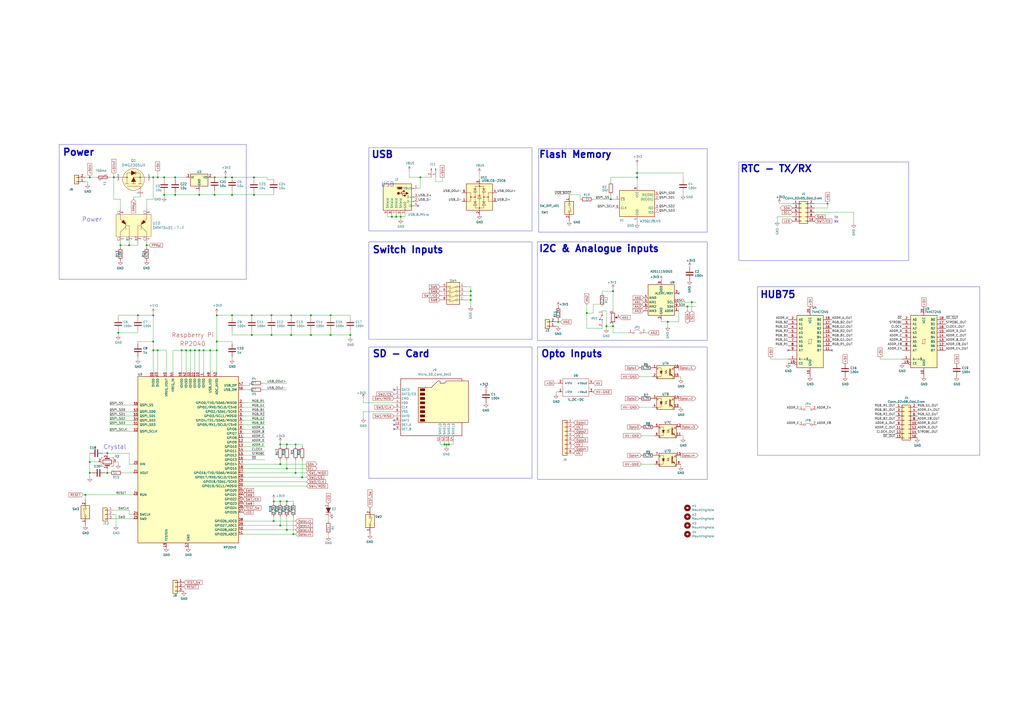
<source format=kicad_sch>
(kicad_sch (version 20231120) (generator "eeschema") (generator_version "8.0")
  (paper "A2")
  (lib_symbols
    (symbol "74xx:74HC245" (pin_names (offset 1.016))
      (property "Reference" "U" (at -7.62 16.51 0))
      (property "Value" "74HC245" (at -7.62 -16.51 0))
      (symbol "74HC245_1_0"
        (pin input line (at -12.7 -10.16 0) (length 5.08) (name "A->B") (number "1"))
        (pin power_in line (at 0 -20.32 90) (length 5.08) (name "GND") (number "10"))
        (pin tri_state line (at 12.7 -5.08 180) (length 5.08) (name "B7") (number "11"))
        (pin tri_state line (at 12.7 -2.54 180) (length 5.08) (name "B6") (number "12"))
        (pin tri_state line (at 12.7 0 180) (length 5.08) (name "B5") (number "13"))
        (pin tri_state line (at 12.7 2.54 180) (length 5.08) (name "B4") (number "14"))
        (pin tri_state line (at 12.7 5.08 180) (length 5.08) (name "B3") (number "15"))
        (pin tri_state line (at 12.7 7.62 180) (length 5.08) (name "B2") (number "16"))
        (pin tri_state line (at 12.7 10.16 180) (length 5.08) (name "B1") (number "17"))
        (pin tri_state line (at 12.7 12.7 180) (length 5.08) (name "B0") (number "18"))
        (pin input inverted (at -12.7 -12.7 0) (length 5.08) (name "CE") (number "19"))
        (pin tri_state line (at -12.7 12.7 0) (length 5.08) (name "A0") (number "2"))
        (pin power_in line (at 0 20.32 270) (length 5.08) (name "VCC") (number "20"))
        (pin tri_state line (at -12.7 10.16 0) (length 5.08) (name "A1") (number "3"))
        (pin tri_state line (at -12.7 7.62 0) (length 5.08) (name "A2") (number "4"))
        (pin tri_state line (at -12.7 5.08 0) (length 5.08) (name "A3") (number "5"))
        (pin tri_state line (at -12.7 2.54 0) (length 5.08) (name "A4") (number "6"))
        (pin tri_state line (at -12.7 0 0) (length 5.08) (name "A5") (number "7"))
        (pin tri_state line (at -12.7 -2.54 0) (length 5.08) (name "A6") (number "8"))
        (pin tri_state line (at -12.7 -5.08 0) (length 5.08) (name "A7") (number "9"))
      )
    )
    (symbol "Analog_ADC:ADS1115IDGS"
      (property "Reference" "U" (at 2.54 13.97 0))
      (property "Value" "ADS1115IDGS" (at 7.62 11.43 0))
      (symbol "ADS1115IDGS_1_1"
        (pin input line (at 10.16 -5.08 180) (length 2.54) (name "ADDR") (number "1"))
        (pin input line (at 10.16 0 180) (length 2.54) (name "SCL") (number "10"))
        (pin output line (at 10.16 5.08 180) (length 2.54) (name "ALERT/RDY") (number "2"))
        (pin power_in line (at 0 -10.16 90) (length 2.54) (name "GND") (number "3"))
        (pin input line (at -10.16 2.54 0) (length 2.54) (name "AIN0") (number "4"))
        (pin input line (at -10.16 0 0) (length 2.54) (name "AIN1") (number "5"))
        (pin input line (at -10.16 -2.54 0) (length 2.54) (name "AIN2") (number "6"))
        (pin input line (at -10.16 -5.08 0) (length 2.54) (name "AIN3") (number "7"))
        (pin power_in line (at 0 12.7 270) (length 2.54) (name "VDD") (number "8"))
        (pin bidirectional line (at 10.16 -2.54 180) (length 2.54) (name "SDA") (number "9"))
      )
    )
    (symbol "Connector:Conn_01x02_Male" (pin_names (offset 1.016) hide)
      (property "Reference" "J" (at 0 2.54 0))
      (property "Value" "Conn_01x02_Male" (at 0 -5.08 0))
      (symbol "Conn_01x02_Male_1_1"
        (pin passive line (at 5.08 0 180) (length 3.81) (name "Pin_1") (number "1"))
        (pin passive line (at 5.08 -2.54 180) (length 3.81) (name "Pin_2") (number "2"))
      )
    )
    (symbol "Connector:Micro_SD_Card_Det2"
      (property "Reference" "J9" (at 0.635 21.59 0))
      (property "Value" "Micro_SD_Card_Det2" (at 0.635 19.05 0))
      (symbol "Micro_SD_Card_Det2_1_1"
        (pin bidirectional line (at -22.86 10.16 0) (length 3.81) (name "DAT2") (number "1"))
        (pin passive line (at -22.86 -10.16 0) (length 3.81) (name "DET_A") (number "10"))
        (pin bidirectional line (at -22.86 7.62 0) (length 3.81) (name "DAT3/CD") (number "2"))
        (pin input line (at -22.86 5.08 0) (length 3.81) (name "CMD") (number "3"))
        (pin power_in line (at -22.86 2.54 0) (length 3.81) (name "VDD") (number "4"))
        (pin input line (at -22.86 0 0) (length 3.81) (name "CLK") (number "5"))
        (pin power_in line (at -22.86 -2.54 0) (length 3.81) (name "VSS") (number "6"))
        (pin bidirectional line (at -22.86 -5.08 0) (length 3.81) (name "DAT0") (number "7"))
        (pin bidirectional line (at -22.86 -7.62 0) (length 3.81) (name "DAT1") (number "8"))
        (pin passive line (at -22.86 -12.7 0) (length 3.81) (name "DET_B") (number "9"))
        (pin passive line (at 3.81 -20.32 90) (length 3.81) (name "SHIELD") (number "G1"))
        (pin passive line (at 6.35 -20.32 90) (length 3.81) (name "SHIELD") (number "G2"))
        (pin passive line (at 8.89 -20.32 90) (length 3.81) (name "SHIELD") (number "G3"))
        (pin passive line (at 11.43 -20.32 90) (length 3.81) (name "SHIELD") (number "G4"))
      )
    )
    (symbol "Connector_Generic:Conn_01x02" (pin_names (offset 1.016) hide)
      (property "Reference" "J" (at 0 2.54 0))
      (property "Value" "Conn_01x02" (at 0 -5.08 0))
      (symbol "Conn_01x02_1_1"
        (pin passive line (at -5.08 0 0) (length 3.81) (name "Pin_1") (number "1"))
        (pin passive line (at -5.08 -2.54 0) (length 3.81) (name "Pin_2") (number "2"))
      )
    )
    (symbol "Connector_Generic:Conn_01x03" (pin_names (offset 1.016) hide)
      (property "Reference" "J" (at 0 5.08 0))
      (property "Value" "Conn_01x03" (at 0 -5.08 0))
      (symbol "Conn_01x03_1_1"
        (pin passive line (at -5.08 2.54 0) (length 3.81) (name "Pin_1") (number "1"))
        (pin passive line (at -5.08 0 0) (length 3.81) (name "Pin_2") (number "2"))
        (pin passive line (at -5.08 -2.54 0) (length 3.81) (name "Pin_3") (number "3"))
      )
    )
    (symbol "Connector_Generic:Conn_01x08" (pin_names (offset 1.016) hide)
      (property "Reference" "J" (at 0 10.16 0))
      (property "Value" "Conn_01x08" (at 0 -12.7 0))
      (symbol "Conn_01x08_1_1"
        (pin passive line (at -5.08 7.62 0) (length 3.81) (name "Pin_1") (number "1"))
        (pin passive line (at -5.08 5.08 0) (length 3.81) (name "Pin_2") (number "2"))
        (pin passive line (at -5.08 2.54 0) (length 3.81) (name "Pin_3") (number "3"))
        (pin passive line (at -5.08 0 0) (length 3.81) (name "Pin_4") (number "4"))
        (pin passive line (at -5.08 -2.54 0) (length 3.81) (name "Pin_5") (number "5"))
        (pin passive line (at -5.08 -5.08 0) (length 3.81) (name "Pin_6") (number "6"))
        (pin passive line (at -5.08 -7.62 0) (length 3.81) (name "Pin_7") (number "7"))
        (pin passive line (at -5.08 -10.16 0) (length 3.81) (name "Pin_8") (number "8"))
      )
    )
    (symbol "Connector_Generic:Conn_02x05_Odd_Even" (pin_names (offset 1.016) hide)
      (property "Reference" "J" (at 1.27 7.62 0))
      (property "Value" "Conn_02x05_Odd_Even" (at 1.27 -7.62 0))
      (symbol "Conn_02x05_Odd_Even_1_1"
        (pin passive line (at -5.08 5.08 0) (length 3.81) (name "Pin_1") (number "1"))
        (pin passive line (at 7.62 -5.08 180) (length 3.81) (name "Pin_10") (number "10"))
        (pin passive line (at 7.62 5.08 180) (length 3.81) (name "Pin_2") (number "2"))
        (pin passive line (at -5.08 2.54 0) (length 3.81) (name "Pin_3") (number "3"))
        (pin passive line (at 7.62 2.54 180) (length 3.81) (name "Pin_4") (number "4"))
        (pin passive line (at -5.08 0 0) (length 3.81) (name "Pin_5") (number "5"))
        (pin passive line (at 7.62 0 180) (length 3.81) (name "Pin_6") (number "6"))
        (pin passive line (at -5.08 -2.54 0) (length 3.81) (name "Pin_7") (number "7"))
        (pin passive line (at 7.62 -2.54 180) (length 3.81) (name "Pin_8") (number "8"))
        (pin passive line (at -5.08 -5.08 0) (length 3.81) (name "Pin_9") (number "9"))
      )
    )
    (symbol "Connector_Generic:Conn_02x08_Odd_Even" (pin_names (offset 1.016) hide)
      (property "Reference" "J" (at 1.27 10.16 0))
      (property "Value" "Conn_02x08_Odd_Even" (at 1.27 -12.7 0))
      (symbol "Conn_02x08_Odd_Even_1_1"
        (pin passive line (at -5.08 7.62 0) (length 3.81) (name "Pin_1") (number "1"))
        (pin passive line (at 7.62 -2.54 180) (length 3.81) (name "Pin_10") (number "10"))
        (pin passive line (at -5.08 -5.08 0) (length 3.81) (name "Pin_11") (number "11"))
        (pin passive line (at 7.62 -5.08 180) (length 3.81) (name "Pin_12") (number "12"))
        (pin passive line (at -5.08 -7.62 0) (length 3.81) (name "Pin_13") (number "13"))
        (pin passive line (at 7.62 -7.62 180) (length 3.81) (name "Pin_14") (number "14"))
        (pin passive line (at -5.08 -10.16 0) (length 3.81) (name "Pin_15") (number "15"))
        (pin passive line (at 7.62 -10.16 180) (length 3.81) (name "Pin_16") (number "16"))
        (pin passive line (at 7.62 7.62 180) (length 3.81) (name "Pin_2") (number "2"))
        (pin passive line (at -5.08 5.08 0) (length 3.81) (name "Pin_3") (number "3"))
        (pin passive line (at 7.62 5.08 180) (length 3.81) (name "Pin_4") (number "4"))
        (pin passive line (at -5.08 2.54 0) (length 3.81) (name "Pin_5") (number "5"))
        (pin passive line (at 7.62 2.54 180) (length 3.81) (name "Pin_6") (number "6"))
        (pin passive line (at -5.08 0 0) (length 3.81) (name "Pin_7") (number "7"))
        (pin passive line (at 7.62 0 180) (length 3.81) (name "Pin_8") (number "8"))
        (pin passive line (at -5.08 -2.54 0) (length 3.81) (name "Pin_9") (number "9"))
      )
    )
    (symbol "Device:C" (pin_numbers hide) (pin_names (offset 0.254))
      (property "Reference" "C" (at 0.635 2.54 0))
      (property "Value" "C" (at 0.635 -2.54 0))
      (symbol "C_1_1"
        (pin passive line (at 0 3.81 270) (length 2.794) (name "~") (number "1"))
        (pin passive line (at 0 -3.81 90) (length 2.794) (name "~") (number "2"))
      )
    )
    (symbol "Device:Crystal_GND24" (pin_names (offset 1.016) hide)
      (property "Reference" "Y" (at 3.175 5.08 0))
      (property "Value" "Crystal_GND24" (at 3.175 3.175 0))
      (symbol "Crystal_GND24_1_1"
        (pin passive line (at -3.81 0 0) (length 1.27) (name "1") (number "1"))
        (pin passive line (at 0 5.08 270) (length 1.27) (name "2") (number "2"))
        (pin passive line (at 3.81 0 180) (length 1.27) (name "3") (number "3"))
        (pin passive line (at 0 -5.08 90) (length 1.27) (name "4") (number "4"))
      )
    )
    (symbol "Device:LED_ALT" (pin_names (offset 1.016))
      (property "Reference" "D" (at 0 2.54 0))
      (property "Value" "Device_LED_ALT" (at 0 -2.54 0))
      (symbol "LED_ALT_1_1"
        (pin passive line (at -3.81 0 0) (length 2.54) (name "K") (number "1"))
        (pin passive line (at 3.81 0 180) (length 2.54) (name "A") (number "2"))
      )
    )
    (symbol "Device:Polyfuse" (pin_numbers hide) (pin_names (offset 0))
      (property "Reference" "F" (at -2.54 0 90))
      (property "Value" "Polyfuse" (at 2.54 0 90))
      (symbol "Polyfuse_1_1"
        (pin passive line (at 0 3.81 270) (length 1.27) (name "~") (number "1"))
        (pin passive line (at 0 -3.81 90) (length 1.27) (name "~") (number "2"))
      )
    )
    (symbol "Device:R" (pin_numbers hide) (pin_names (offset 0))
      (property "Reference" "R" (at 2.032 0 90))
      (property "Value" "R" (at 0 0 90))
      (symbol "R_1_1"
        (pin passive line (at 0 3.81 270) (length 1.27) (name "~") (number "1"))
        (pin passive line (at 0 -3.81 90) (length 1.27) (name "~") (number "2"))
      )
    )
    (symbol "Jumper:Jumper_2_Bridged" (pin_names (offset 0) hide)
      (property "Reference" "JP" (at 0 1.905 0))
      (property "Value" "Jumper_2_Bridged" (at 0 -2.54 0))
      (symbol "Jumper_2_Bridged_1_1"
        (pin passive line (at -5.08 0 0) (length 2.54) (name "A") (number "1"))
        (pin passive line (at 5.08 0 180) (length 2.54) (name "B") (number "2"))
      )
    )
    (symbol "Jumper:Jumper_2_Open" (pin_names (offset 0) hide)
      (property "Reference" "JP" (at 0 2.794 0))
      (property "Value" "Jumper_2_Open" (at 0 -2.286 0))
      (symbol "Jumper_2_Open_1_1"
        (pin passive line (at -5.08 0 0) (length 2.54) (name "A") (number "1"))
        (pin passive line (at 5.08 0 180) (length 2.54) (name "B") (number "2"))
      )
    )
    (symbol "MCU_RaspberryPi_RP2040:RP2040" (pin_names (offset 1.016))
      (property "Reference" "U3" (at -27.94 49.53 0))
      (property "Value" "RP2040" (at 24.13 -50.8 0))
      (symbol "RP2040_0_0"
        (text "Raspberry Pi" (at 2.54 72.39 0) (effects (font (size 2.54 2.54))))
        (text "RP2040" (at 2.54 67.31 0) (effects (font (size 2.54 2.54))))
      )
      (symbol "RP2040_1_1"
        (pin power_in line (at 8.89 50.8 270) (length 2.54) (name "IOVDD") (number "1"))
        (pin power_in line (at 6.35 50.8 270) (length 2.54) (name "IOVDD") (number "10"))
        (pin bidirectional line (at 31.75 12.7 180) (length 2.54) (name "GPIO8") (number "11"))
        (pin bidirectional line (at 31.75 10.16 180) (length 2.54) (name "GPIO9") (number "12"))
        (pin bidirectional line (at 31.75 7.62 180) (length 2.54) (name "GPIO10") (number "13"))
        (pin bidirectional line (at 31.75 5.08 180) (length 2.54) (name "GPIO11") (number "14"))
        (pin bidirectional line (at 31.75 2.54 180) (length 2.54) (name "GPIO12") (number "15"))
        (pin bidirectional line (at 31.75 0 180) (length 2.54) (name "GPIO13") (number "16"))
        (pin bidirectional line (at 31.75 -2.54 180) (length 2.54) (name "GPIO14") (number "17"))
        (pin bidirectional line (at 31.75 -5.08 180) (length 2.54) (name "GPIO15") (number "18"))
        (pin passive line (at -12.7 -50.8 90) (length 2.54) (name "TESTEN") (number "19"))
        (pin bidirectional line (at 31.75 33.02 180) (length 2.54) (name "GPIO0/TX0/SDA0/MISO0") (number "2"))
        (pin input line (at -31.75 -2.54 0) (length 2.54) (name "XIN") (number "20"))
        (pin passive line (at -31.75 -7.62 0) (length 2.54) (name "XOUT") (number "21"))
        (pin power_in line (at 3.81 50.8 270) (length 2.54) (name "IOVDD") (number "22"))
        (pin power_in line (at -17.78 50.8 270) (length 2.54) (name "DVDD") (number "23"))
        (pin output line (at -31.75 -31.75 0) (length 2.54) (name "SWCLK") (number "24"))
        (pin bidirectional line (at -31.75 -34.29 0) (length 2.54) (name "SWD") (number "25"))
        (pin input line (at -31.75 -20.32 0) (length 2.54) (name "RUN") (number "26"))
        (pin bidirectional line (at 31.75 -7.62 180) (length 2.54) (name "GPIO16/TX0/SDA0/MISO0") (number "27"))
        (pin bidirectional line (at 31.75 -10.16 180) (length 2.54) (name "GPIO17/RX0/SCL0/CSn0") (number "28"))
        (pin bidirectional line (at 31.75 -12.7 180) (length 2.54) (name "GPIO18/SDA1/SCK0") (number "29"))
        (pin bidirectional line (at 31.75 30.48 180) (length 2.54) (name "GPIO1/RX0/SCL0/CSn0") (number "3"))
        (pin bidirectional line (at 31.75 -15.24 180) (length 2.54) (name "GPIO19/SCL1/MOSI0") (number "30"))
        (pin bidirectional line (at 31.75 -17.78 180) (length 2.54) (name "GPIO20") (number "31"))
        (pin bidirectional line (at 31.75 -20.32 180) (length 2.54) (name "GPIO21") (number "32"))
        (pin power_in line (at 1.27 50.8 270) (length 2.54) (name "IOVDD") (number "33"))
        (pin bidirectional line (at 31.75 -22.86 180) (length 2.54) (name "GPIO22") (number "34"))
        (pin bidirectional line (at 31.75 -25.4 180) (length 2.54) (name "GPIO23") (number "35"))
        (pin bidirectional line (at 31.75 -27.94 180) (length 2.54) (name "GPIO24") (number "36"))
        (pin bidirectional line (at 31.75 -30.48 180) (length 2.54) (name "GPIO25") (number "37"))
        (pin bidirectional line (at 31.75 -35.56 180) (length 2.54) (name "GPIO26_ADC0") (number "38"))
        (pin bidirectional line (at 31.75 -38.1 180) (length 2.54) (name "GPIO27_ADC1") (number "39"))
        (pin bidirectional line (at 31.75 27.94 180) (length 2.54) (name "GPIO2/SDA1/SCK0") (number "4"))
        (pin bidirectional line (at 31.75 -40.64 180) (length 2.54) (name "GPIO28_ADC2") (number "40"))
        (pin bidirectional line (at 31.75 -43.18 180) (length 2.54) (name "GPIO29_ADC3") (number "41"))
        (pin power_in line (at -1.27 50.8 270) (length 2.54) (name "IOVDD") (number "42"))
        (pin power_in line (at 16.51 50.8 270) (length 2.54) (name "ADC_AVDD") (number "43"))
        (pin power_in line (at -8.89 50.8 270) (length 2.54) (name "VREG_IN") (number "44"))
        (pin power_out line (at -12.7 50.8 270) (length 2.54) (name "VREG_VOUT") (number "45"))
        (pin bidirectional line (at 31.75 40.64 180) (length 2.54) (name "USB_DM") (number "46"))
        (pin bidirectional line (at 31.75 43.18 180) (length 2.54) (name "USB_DP") (number "47"))
        (pin power_in line (at 12.7 50.8 270) (length 2.54) (name "USB_VDD") (number "48"))
        (pin power_in line (at -3.81 50.8 270) (length 2.54) (name "IOVDD") (number "49"))
        (pin bidirectional line (at 31.75 25.4 180) (length 2.54) (name "GPIO3/SCL1/MOSI0") (number "5"))
        (pin power_in line (at -20.32 50.8 270) (length 2.54) (name "DVDD") (number "50"))
        (pin bidirectional line (at -31.75 20.32 0) (length 2.54) (name "QSPI_SD3") (number "51"))
        (pin output line (at -31.75 16.51 0) (length 2.54) (name "QSPI_SCLK") (number "52"))
        (pin bidirectional line (at -31.75 27.94 0) (length 2.54) (name "QSPI_SD0") (number "53"))
        (pin bidirectional line (at -31.75 22.86 0) (length 2.54) (name "QSPI_SD2") (number "54"))
        (pin bidirectional line (at -31.75 25.4 0) (length 2.54) (name "QSPI_SD1") (number "55"))
        (pin bidirectional line (at -31.75 31.75 0) (length 2.54) (name "QSPI_SS") (number "56"))
        (pin power_in line (at 0 -50.8 90) (length 2.54) (name "GND") (number "57"))
        (pin bidirectional line (at 31.75 22.86 180) (length 2.54) (name "GPIO4/TX1/SDA0/MISO0") (number "6"))
        (pin bidirectional line (at 31.75 20.32 180) (length 2.54) (name "GPIO5/RX1/SCL0/CSn0") (number "7"))
        (pin bidirectional line (at 31.75 17.78 180) (length 2.54) (name "GPIO6") (number "8"))
        (pin bidirectional line (at 31.75 15.24 180) (length 2.54) (name "GPIO7") (number "9"))
      )
    )
    (symbol "Mechanical:MountingHole" (pin_names (offset 1.016))
      (property "Reference" "H" (at 0 5.08 0))
      (property "Value" "MountingHole" (at 0 3.175 0))
    )
    (symbol "Memory_Flash:W25Q128JVS"
      (property "Reference" "U" (at -8.89 8.89 0))
      (property "Value" "W25Q128JVS" (at 7.62 8.89 0))
      (symbol "W25Q128JVS_1_1"
        (pin input line (at -12.7 2.54 0) (length 2.54) (name "~{CS}") (number "1"))
        (pin bidirectional line (at 12.7 2.54 180) (length 2.54) (name "DO(IO1)") (number "2"))
        (pin bidirectional line (at 12.7 -2.54 180) (length 2.54) (name "IO2") (number "3"))
        (pin power_in line (at 0 -10.16 90) (length 2.54) (name "GND") (number "4"))
        (pin bidirectional line (at 12.7 5.08 180) (length 2.54) (name "DI(IO0)") (number "5"))
        (pin input line (at -12.7 -2.54 0) (length 2.54) (name "CLK") (number "6"))
        (pin bidirectional line (at 12.7 -5.08 180) (length 2.54) (name "IO3") (number "7"))
        (pin power_in line (at 0 10.16 270) (length 2.54) (name "VCC") (number "8"))
      )
    )
    (symbol "MountingHole_1" (pin_names (offset 1.016))
      (property "Reference" "H" (at 0 5.08 0))
      (property "Value" "MountingHole" (at 0 3.175 0))
    )
    (symbol "My_Symbols:R_Pot+SW" (pin_names (offset 1.016) hide)
      (property "Reference" "RV1" (at -8.89 -0.5715 0))
      (symbol "R_Pot+SW_1_1"
        (pin passive line (at -6.35 3.81 270) (length 1.27) (name "1") (number "1"))
        (pin passive line (at -6.35 -5.08 90) (length 1.27) (name "2") (number "2"))
        (pin passive line (at 0 -3.81 90) (length 1.27) (name "3") (number "3"))
        (pin passive line (at 3.81 0 180) (length 1.27) (name "4") (number "4"))
        (pin passive line (at 0 3.81 270) (length 1.27) (name "5") (number "5"))
      )
    )
    (symbol "Power_Protection:USBLC6-2SC6" (pin_names hide)
      (property "Reference" "U" (at 2.54 8.89 0))
      (property "Value" "USBLC6-2SC6" (at 2.54 -8.89 0))
      (symbol "USBLC6-2SC6_1_1"
        (pin passive line (at -10.16 -2.54 0) (length 2.54) (name "I/O1") (number "1"))
        (pin passive line (at 0 -10.16 90) (length 2.54) (name "GND") (number "2"))
        (pin passive line (at 10.16 -2.54 180) (length 2.54) (name "I/O2") (number "3"))
        (pin passive line (at 10.16 2.54 180) (length 2.54) (name "I/O2") (number "4"))
        (pin passive line (at 0 10.16 270) (length 2.54) (name "VBUS") (number "5"))
        (pin passive line (at -10.16 2.54 0) (length 2.54) (name "I/O1") (number "6"))
      )
    )
    (symbol "Regulator_Linear:NCP1117-3.3_SOT223" (pin_names (offset 0.254))
      (property "Reference" "U" (at -3.81 3.175 0))
      (property "Value" "NCP1117-3.3_SOT223" (at 0 3.175 0))
      (symbol "NCP1117-3.3_SOT223_1_1"
        (pin power_in line (at 0 -7.62 90) (length 2.54) (name "GND") (number "1"))
        (pin power_out line (at 7.62 0 180) (length 2.54) (name "VO") (number "2"))
        (pin power_in line (at -7.62 0 0) (length 2.54) (name "VI") (number "3"))
      )
    )
    (symbol "RpMatrix-rescue:DMG2305UX-My_KiCad_Library" (pin_names (offset 0))
      (property "Reference" "Q" (at 10.16 -3.81 0))
      (property "Value" "DMG2305UX-My_KiCad_Library" (at 0 8.89 0))
      (symbol "DMG2305UX-My_KiCad_Library_1_1"
        (pin input line (at 3.81 -10.16 90) (length 5.08) (name "G") (number "1"))
        (pin input line (at 11.43 1.27 180) (length 5.08) (name "S") (number "2"))
        (pin input line (at -11.43 1.27 0) (length 5.08) (name "D") (number "3"))
      )
    )
    (symbol "RpMatrix-rescue:DMMT5401-7-F-My_KiCad_Library" (pin_names (offset 0))
      (property "Reference" "Q" (at 13.97 5.08 0))
      (property "Value" "DMMT5401-7-F-My_KiCad_Library" (at 1.27 5.08 0))
      (symbol "DMMT5401-7-F-My_KiCad_Library_1_1"
        (pin input line (at -6.35 -10.16 90) (length 5.08) (name "C1") (number "1"))
        (pin input line (at -1.27 -10.16 90) (length 5.08) (name "B1") (number "2"))
        (pin input line (at 3.81 -10.16 90) (length 5.08) (name "B2") (number "3"))
        (pin input line (at 8.89 -10.16 90) (length 5.08) (name "C2") (number "4"))
        (pin input line (at 8.89 10.16 270) (length 5.08) (name "E2") (number "5"))
        (pin input line (at -6.35 10.16 270) (length 5.08) (name "E1") (number "6"))
      )
    )
    (symbol "RpMatrix-rescue:IL_DC-DC-My_KiCad_Library" (pin_names (offset 1.016))
      (property "Reference" "U" (at 0 6.35 0))
      (property "Value" "IL_DC-DC-My_KiCad_Library" (at 0 -6.35 0))
      (symbol "IL_DC-DC-My_KiCad_Library_1_1"
        (pin input line (at -10.16 -2.54 0) (length 2.54) (name "-Vin") (number "1"))
        (pin input line (at -10.16 2.54 0) (length 2.54) (name "+Vin") (number "2"))
        (pin output line (at 10.16 -2.54 180) (length 2.54) (name "-Vout") (number "3"))
        (pin output line (at 10.16 2.54 180) (length 2.54) (name "+Vout") (number "4"))
      )
    )
    (symbol "RpMatrix-rescue:OPTO-TRANSISTOR-4-My_KiCad_Library" (pin_names (offset 1.016))
      (property "Reference" "U" (at -5.08 5.08 0))
      (property "Value" "OPTO-TRANSISTOR-4-My_KiCad_Library" (at -5.08 -5.08 0))
      (symbol "OPTO-TRANSISTOR-4-My_KiCad_Library_0_0"
        (text "A" (at -4.572 1.905 0) (effects (font (size 0.762 0.762))))
        (text "C" (at 4.445 1.778 0) (effects (font (size 0.762 0.762))))
        (text "E" (at 4.445 -3.175 0) (effects (font (size 0.762 0.762))))
        (text "K" (at -4.572 -3.175 0) (effects (font (size 0.762 0.762))))
      )
      (symbol "OPTO-TRANSISTOR-4-My_KiCad_Library_1_1"
        (pin passive line (at -7.62 2.54 0) (length 2.54) (name "~") (number "1"))
        (pin passive line (at 7.62 -2.54 180) (length 2.54) (name "~") (number "15"))
        (pin passive line (at 7.62 2.54 180) (length 2.54) (name "~") (number "16"))
        (pin passive line (at -7.62 -2.54 0) (length 2.54) (name "~") (number "2"))
      )
      (symbol "OPTO-TRANSISTOR-4-My_KiCad_Library_2_1"
        (pin passive line (at 7.62 -2.54 180) (length 2.54) (name "~") (number "13"))
        (pin passive line (at 7.62 2.54 180) (length 2.54) (name "~") (number "14"))
        (pin passive line (at -7.62 2.54 0) (length 2.54) (name "~") (number "3"))
        (pin passive line (at -7.62 -2.54 0) (length 2.54) (name "~") (number "4"))
      )
      (symbol "OPTO-TRANSISTOR-4-My_KiCad_Library_3_1"
        (pin passive line (at 7.62 -2.54 180) (length 2.54) (name "~") (number "11"))
        (pin passive line (at 7.62 2.54 180) (length 2.54) (name "~") (number "12"))
        (pin passive line (at -7.62 2.54 0) (length 2.54) (name "~") (number "5"))
        (pin passive line (at -7.62 -2.54 0) (length 2.54) (name "~") (number "6"))
      )
      (symbol "OPTO-TRANSISTOR-4-My_KiCad_Library_4_1"
        (pin passive line (at 7.62 2.54 180) (length 2.54) (name "~") (number "10"))
        (pin passive line (at -7.62 2.54 0) (length 2.54) (name "~") (number "7"))
        (pin passive line (at -7.62 -2.54 0) (length 2.54) (name "~") (number "8"))
        (pin passive line (at 7.62 -2.54 180) (length 2.54) (name "~") (number "9"))
      )
    )
    (symbol "RpMatrix-rescue:USB_B_Micro-Connector" (pin_names (offset 1.016))
      (property "Reference" "J2" (at -3.81 10.16 0))
      (property "Value" "USB_B_Micro" (at 13.97 -10.16 0))
      (symbol "USB_B_Micro-Connector_1_1"
        (pin power_out line (at 7.62 5.08 180) (length 2.54) (name "VBUS") (number "1"))
        (pin passive line (at 7.62 -2.54 180) (length 2.54) (name "D-") (number "2"))
        (pin passive line (at 7.62 0 180) (length 2.54) (name "D+") (number "3"))
        (pin passive line (at 7.62 -5.08 180) (length 2.54) (name "ID") (number "4"))
        (pin power_out line (at 0 -10.16 90) (length 2.54) (name "GND") (number "5"))
        (pin passive line (at -2.54 -10.16 90) (length 2.54) (name "Shield") (number "6"))
        (pin passive line (at -5.08 -10.16 90) (length 2.54) (name "Shield") (number "7"))
        (pin passive line (at -7.62 -10.16 90) (length 2.54) (name "Shield") (number "8"))
        (pin passive line (at -10.16 -10.16 90) (length 2.54) (name "Shield") (number "9"))
      )
    )
    (symbol "Switch:SW_DIP_x01" (pin_names (offset 0) hide)
      (property "Reference" "SW" (at 0 3.81 0))
      (property "Value" "SW_DIP_x01" (at 0 -3.81 0))
      (symbol "SW_DIP_x01_1_1"
        (pin passive line (at -7.62 0 0) (length 5.08) (name "~") (number "1"))
        (pin passive line (at 7.62 0 180) (length 5.08) (name "~") (number "2"))
      )
    )
    (symbol "Switch:SW_DIP_x04" (pin_names (offset 0) hide)
      (property "Reference" "SW" (at 0 8.89 0))
      (property "Value" "SW_DIP_x04" (at 0 -6.35 0))
      (symbol "SW_DIP_x04_1_1"
        (pin passive line (at -7.62 5.08 0) (length 5.08) (name "~") (number "1"))
        (pin passive line (at -7.62 2.54 0) (length 5.08) (name "~") (number "2"))
        (pin passive line (at -7.62 0 0) (length 5.08) (name "~") (number "3"))
        (pin passive line (at -7.62 -2.54 0) (length 5.08) (name "~") (number "4"))
        (pin passive line (at 7.62 -2.54 180) (length 5.08) (name "~") (number "5"))
        (pin passive line (at 7.62 0 180) (length 5.08) (name "~") (number "6"))
        (pin passive line (at 7.62 2.54 180) (length 5.08) (name "~") (number "7"))
        (pin passive line (at 7.62 5.08 180) (length 5.08) (name "~") (number "8"))
      )
    )
    (symbol "power:+1V1" (power) (pin_names (offset 0))
      (property "Value" "+1V1" (at 0 3.556 0))
      (symbol "+1V1_1_1"
        (pin power_in line (at 0 0 90) (length 0) hide (name "+1V1") (number "1"))
      )
    )
    (symbol "power:+3V3" (power) (pin_names (offset 0))
      (property "Value" "+3V3" (at 0 3.556 0))
      (symbol "+3V3_1_1"
        (pin power_in line (at 0 0 90) (length 0) hide (name "+3V3") (number "1"))
      )
    )
    (symbol "power:GND" (power) (pin_names (offset 0))
      (property "Value" "GND" (at 0 -3.81 0))
      (symbol "GND_1_1"
        (pin power_in line (at 0 0 270) (length 0) hide (name "GND") (number "1"))
      )
    )
    (symbol "power:VBUS" (power) (pin_names (offset 0))
      (property "Value" "VBUS" (at 0 3.81 0))
      (symbol "VBUS_1_1"
        (pin power_in line (at 0 0 90) (length 0) hide (name "VBUS") (number "1"))
      )
    )
  )
  (junction (at 146.05 194.31))
  (junction (at 203.2 194.31))
  (junction (at 191.77 194.31))
  (junction (at 146.05 182.88))
  (junction (at 74.93 142.24))
  (junction (at 107.95 203.2))
  (junction (at 134.62 102.87))
  (junction (at 171.45 274.32))
  (junction (at 62.23 262.89))
  (junction (at 49.53 287.02))
  (junction (at 147.32 113.03))
  (junction (at 355.6 189.23))
  (junction (at 124.46 113.03))
  (junction (at 115.57 113.03))
  (junction (at 166.37 271.78))
  (junction (at 259.08 257.81))
  (junction (at 158.75 290.83))
  (junction (at 166.37 307.34))
  (junction (at 62.23 274.32))
  (junction (at 227.33 125.73))
  (junction (at 162.56 257.81))
  (junction (at 101.6 102.87))
  (junction (at 124.46 102.87))
  (junction (at 340.36 181.61))
  (junction (at 369.57 100.33))
  (junction (at 232.41 125.73))
  (junction (at 157.48 194.31))
  (junction (at 134.62 182.88))
  (junction (at 110.49 203.2))
  (junction (at 88.9 102.87))
  (junction (at 69.85 142.24))
  (junction (at 157.48 182.88))
  (junction (at 88.9 203.2))
  (junction (at 95.25 113.03))
  (junction (at 168.91 194.31))
  (junction (at 125.73 182.88))
  (junction (at 91.44 102.87))
  (junction (at 52.07 267.97))
  (junction (at 52.07 274.32))
  (junction (at 257.81 257.81))
  (junction (at 147.32 102.87))
  (junction (at 180.34 194.31))
  (junction (at 162.56 269.24))
  (junction (at 171.45 257.81))
  (junction (at 387.35 186.69))
  (junction (at 273.05 173.99))
  (junction (at 125.73 203.2))
  (junction (at 351.79 189.23))
  (junction (at 243.84 102.87))
  (junction (at 88.9 182.88))
  (junction (at 168.91 182.88))
  (junction (at 229.87 125.73))
  (junction (at 323.85 186.69))
  (junction (at 85.09 142.24))
  (junction (at 191.77 182.88))
  (junction (at 121.92 203.2))
  (junction (at 118.11 203.2))
  (junction (at 354.33 115.57))
  (junction (at 273.05 171.45))
  (junction (at 175.26 276.86))
  (junction (at 113.03 203.2))
  (junction (at 162.56 304.8))
  (junction (at 125.73 198.12))
  (junction (at 95.25 102.87))
  (junction (at 158.75 302.26))
  (junction (at 180.34 182.88))
  (junction (at 355.6 168.91))
  (junction (at 398.78 177.8))
  (junction (at 91.44 203.2))
  (junction (at 401.32 175.26))
  (junction (at 105.41 203.2))
  (junction (at 480.06 118.11))
  (junction (at 166.37 290.83))
  (junction (at 52.07 102.87))
  (junction (at 369.57 102.87))
  (junction (at 66.04 102.87))
  (junction (at 80.01 182.88))
  (junction (at 101.6 113.03))
  (junction (at 134.62 113.03))
  (junction (at 68.58 193.04))
  (junction (at 162.56 290.83))
  (junction (at 130.81 102.87))
  (junction (at 166.37 257.81))
  (junction (at 170.18 309.88))
  (junction (at 115.57 203.2))
  (junction (at 273.05 168.91))
  (junction (at 88.9 198.12))
  (junction (at 260.35 257.81))
  (no_connect (at 482.6 203.2))
  (no_connect (at 242.57 119.38))
  (no_connect (at 228.6 226.06))
  (no_connect (at 393.7 170.18))
  (no_connect (at 228.6 248.92))
  (no_connect (at 457.2 203.2))
  (no_connect (at 228.6 246.38))
  (no_connect (at 228.6 243.84))
  (wire (pts (xy 101.6 102.87) (xy 101.6 104.14)))
  (wire (pts (xy 153.67 266.7) (xy 140.97 266.7)))
  (wire (pts (xy 67.31 298.45) (xy 66.04 298.45)))
  (wire (pts (xy 372.11 269.24) (xy 379.73 269.24)))
  (wire (pts (xy 401.32 175.26) (xy 403.86 175.26)))
  (wire (pts (xy 495.3 123.19) (xy 472.44 123.19)))
  (wire (pts (xy 144.78 222.25) (xy 144.78 223.52)))
  (wire (pts (xy 69.85 142.24) (xy 69.85 143.51)))
  (wire (pts (xy 457.2 208.28) (xy 447.04 208.28)))
  (wire (pts (xy 96.52 203.2) (xy 91.44 203.2)))
  (wire (pts (xy 121.92 215.9) (xy 121.92 203.2)))
  (wire (pts (xy 140.97 223.52) (xy 144.78 223.52)))
  (wire (pts (xy 510.54 208.28) (xy 510.54 207.01)))
  (wire (pts (xy 91.44 215.9) (xy 91.44 203.2)))
  (wire (pts (xy 256.54 102.87) (xy 256.54 105.41)))
  (wire (pts (xy 354.33 105.41) (xy 354.33 102.87)))
  (wire (pts (xy 49.53 102.87) (xy 52.07 102.87)))
  (wire (pts (xy 91.44 102.87) (xy 95.25 102.87)))
  (wire (pts (xy 162.56 292.1) (xy 162.56 290.83)))
  (wire (pts (xy 158.75 104.14) (xy 154.94 104.14)))
  (wire (pts (xy 180.34 184.15) (xy 180.34 182.88)))
  (wire (pts (xy 153.67 264.16) (xy 140.97 264.16)))
  (wire (pts (xy 74.93 298.45) (xy 77.47 298.45)))
  (wire (pts (xy 85.09 142.24) (xy 85.09 143.51)))
  (wire (pts (xy 393.7 180.34) (xy 393.7 186.69)))
  (wire (pts (xy 354.33 113.03) (xy 354.33 115.57)))
  (wire (pts (xy 158.75 111.76) (xy 158.75 113.03)))
  (wire (pts (xy 52.07 267.97) (xy 57.15 267.97)))
  (wire (pts (xy 162.56 257.81) (xy 162.56 259.08)))
  (wire (pts (xy 396.24 254) (xy 396.24 252.73)))
  (wire (pts (xy 166.37 299.72) (xy 166.37 307.34)))
  (wire (pts (xy 101.6 111.76) (xy 101.6 113.03)))
  (wire (pts (xy 344.17 181.61) (xy 340.36 181.61)))
  (wire (pts (xy 273.05 171.45) (xy 273.05 173.99)))
  (wire (pts (xy 147.32 113.03) (xy 158.75 113.03)))
  (wire (pts (xy 177.8 269.24) (xy 162.56 269.24)))
  (wire (pts (xy 101.6 102.87) (xy 107.95 102.87)))
  (wire (pts (xy 153.67 251.46) (xy 140.97 251.46)))
  (wire (pts (xy 336.55 113.03) (xy 330.2 113.03)))
  (wire (pts (xy 255.27 257.81) (xy 257.81 257.81)))
  (wire (pts (xy 273.05 166.37) (xy 273.05 168.91)))
  (wire (pts (xy 154.94 104.14) (xy 154.94 102.87)))
  (wire (pts (xy 166.37 290.83) (xy 170.18 290.83)))
  (wire (pts (xy 401.32 175.26) (xy 401.32 180.34)))
  (wire (pts (xy 495.3 129.54) (xy 495.3 123.19)))
  (wire (pts (xy 77.47 287.02) (xy 49.53 287.02)))
  (wire (pts (xy 52.07 102.87) (xy 55.88 102.87)))
  (wire (pts (xy 191.77 191.77) (xy 191.77 194.31)))
  (wire (pts (xy 393.7 177.8) (xy 398.78 177.8)))
  (wire (pts (xy 340.36 190.5) (xy 349.25 190.5)))
  (wire (pts (xy 171.45 266.7) (xy 171.45 274.32)))
  (wire (pts (xy 52.07 274.32) (xy 52.07 267.97)))
  (wire (pts (xy 157.48 182.88) (xy 168.91 182.88)))
  (wire (pts (xy 113.03 203.2) (xy 115.57 203.2)))
  (wire (pts (xy 88.9 102.87) (xy 91.44 102.87)))
  (wire (pts (xy 86.36 142.24) (xy 85.09 142.24)))
  (wire (pts (xy 134.62 191.77) (xy 134.62 194.31)))
  (wire (pts (xy 278.13 100.33) (xy 278.13 104.14)))
  (wire (pts (xy 157.48 191.77) (xy 157.48 194.31)))
  (wire (pts (xy 270.51 168.91) (xy 273.05 168.91)))
  (wire (pts (xy 115.57 215.9) (xy 115.57 203.2)))
  (wire (pts (xy 68.58 191.77) (xy 68.58 193.04)))
  (wire (pts (xy 153.67 238.76) (xy 140.97 238.76)))
  (wire (pts (xy 95.25 111.76) (xy 95.25 113.03)))
  (wire (pts (xy 125.73 198.12) (xy 134.62 198.12)))
  (wire (pts (xy 125.73 182.88) (xy 134.62 182.88)))
  (wire (pts (xy 69.85 120.65) (xy 69.85 115.57)))
  (wire (pts (xy 80.01 207.01) (xy 80.01 208.28)))
  (wire (pts (xy 95.25 113.03) (xy 101.6 113.03)))
  (wire (pts (xy 48.26 287.02) (xy 49.53 287.02)))
  (wire (pts (xy 170.18 292.1) (xy 170.18 290.83)))
  (wire (pts (xy 398.78 177.8) (xy 398.78 180.34)))
  (wire (pts (xy 115.57 203.2) (xy 118.11 203.2)))
  (wire (pts (xy 394.97 270.51) (xy 394.97 269.24)))
  (wire (pts (xy 110.49 203.2) (xy 113.03 203.2)))
  (wire (pts (xy 180.34 194.31) (xy 168.91 194.31)))
  (wire (pts (xy 396.24 100.33) (xy 369.57 100.33)))
  (wire (pts (xy 107.95 215.9) (xy 107.95 203.2)))
  (wire (pts (xy 227.33 124.46) (xy 227.33 125.73)))
  (wire (pts (xy 370.84 236.22) (xy 378.46 236.22)))
  (wire (pts (xy 91.44 203.2) (xy 88.9 203.2)))
  (wire (pts (xy 59.69 262.89) (xy 62.23 262.89)))
  (wire (pts (xy 344.17 176.53) (xy 344.17 181.61)))
  (wire (pts (xy 322.58 228.6) (xy 322.58 227.33)))
  (wire (pts (xy 170.18 299.72) (xy 170.18 309.88)))
  (wire (pts (xy 355.6 187.96) (xy 355.6 189.23)))
  (wire (pts (xy 140.97 274.32) (xy 171.45 274.32)))
  (wire (pts (xy 85.09 120.65) (xy 85.09 115.57)))
  (wire (pts (xy 88.9 181.61) (xy 88.9 182.88)))
  (wire (pts (xy 162.56 269.24) (xy 140.97 269.24)))
  (wire (pts (xy 242.57 109.22) (xy 243.84 109.22)))
  (wire (pts (xy 125.73 203.2) (xy 125.73 215.9)))
  (wire (pts (xy 447.04 208.28) (xy 447.04 207.01)))
  (wire (pts (xy 147.32 104.14) (xy 147.32 102.87)))
  (wire (pts (xy 234.95 125.73) (xy 232.41 125.73)))
  (wire (pts (xy 323.85 186.69) (xy 325.12 186.69)))
  (wire (pts (xy 171.45 309.88) (xy 170.18 309.88)))
  (wire (pts (xy 232.41 125.73) (xy 232.41 127)))
  (wire (pts (xy 166.37 290.83) (xy 166.37 292.1)))
  (wire (pts (xy 349.25 180.34) (xy 351.79 180.34)))
  (wire (pts (xy 396.24 252.73) (xy 394.97 252.73)))
  (wire (pts (xy 95.25 102.87) (xy 101.6 102.87)))
  (wire (pts (xy 256.54 105.41) (xy 252.73 105.41)))
  (wire (pts (xy 243.84 102.87) (xy 237.49 102.87)))
  (wire (pts (xy 140.97 281.94) (xy 177.8 281.94)))
  (wire (pts (xy 62.23 274.32) (xy 63.5 274.32)))
  (wire (pts (xy 62.23 262.89) (xy 62.23 264.16)))
  (wire (pts (xy 340.36 181.61) (xy 340.36 190.5)))
  (wire (pts (xy 349.25 190.5) (xy 349.25 189.23)))
  (wire (pts (xy 62.23 271.78) (xy 62.23 274.32)))
  (wire (pts (xy 162.56 299.72) (xy 162.56 304.8)))
  (wire (pts (xy 273.05 173.99) (xy 273.05 177.8)))
  (wire (pts (xy 80.01 193.04) (xy 80.01 191.77)))
  (wire (pts (xy 260.35 257.81) (xy 259.08 257.81)))
  (wire (pts (xy 144.78 226.06) (xy 140.97 226.06)))
  (polyline (pts (xy 410.21 86.36) (xy 312.42 86.36)))
  (wire (pts (xy 63.5 241.3) (xy 77.47 241.3)))
  (wire (pts (xy 257.81 256.54) (xy 257.81 257.81)))
  (wire (pts (xy 67.31 267.97) (xy 68.58 267.97)))
  (wire (pts (xy 349.25 168.91) (xy 355.6 168.91)))
  (wire (pts (xy 375.92 193.04) (xy 374.65 193.04)))
  (wire (pts (xy 252.73 105.41) (xy 252.73 102.87)))
  (wire (pts (xy 71.12 274.32) (xy 77.47 274.32)))
  (wire (pts (xy 168.91 182.88) (xy 180.34 182.88)))
  (wire (pts (xy 52.07 276.86) (xy 52.07 274.32)))
  (polyline (pts (xy 312.42 134.62) (xy 410.21 134.62)))
  (wire (pts (xy 370.84 218.44) (xy 378.46 218.44)))
  (wire (pts (xy 369.57 95.25) (xy 369.57 100.33)))
  (wire (pts (xy 372.11 252.73) (xy 379.73 252.73)))
  (wire (pts (xy 158.75 299.72) (xy 158.75 302.26)))
  (wire (pts (xy 354.33 102.87) (xy 369.57 102.87)))
  (wire (pts (xy 125.73 182.88) (xy 125.73 198.12)))
  (wire (pts (xy 480.06 118.11) (xy 480.06 120.65)))
  (wire (pts (xy 157.48 184.15) (xy 157.48 182.88)))
  (wire (pts (xy 153.67 254) (xy 140.97 254)))
  (wire (pts (xy 369.57 102.87) (xy 369.57 107.95)))
  (wire (pts (xy 63.5 238.76) (xy 77.47 238.76)))
  (wire (pts (xy 171.45 259.08) (xy 171.45 257.81)))
  (wire (pts (xy 140.97 276.86) (xy 175.26 276.86)))
  (wire (pts (xy 234.95 124.46) (xy 234.95 125.73)))
  (wire (pts (xy 134.62 184.15) (xy 134.62 182.88)))
  (wire (pts (xy 273.05 168.91) (xy 273.05 171.45)))
  (wire (pts (xy 62.23 262.89) (xy 74.93 262.89)))
  (wire (pts (xy 396.24 111.76) (xy 396.24 113.03)))
  (wire (pts (xy 369.57 100.33) (xy 369.57 102.87)))
  (wire (pts (xy 88.9 203.2) (xy 88.9 215.9)))
  (wire (pts (xy 153.67 256.54) (xy 140.97 256.54)))
  (wire (pts (xy 355.6 168.91) (xy 355.6 180.34)))
  (wire (pts (xy 147.32 113.03) (xy 134.62 113.03)))
  (wire (pts (xy 369.57 128.27) (xy 369.57 129.54)))
  (wire (pts (xy 175.26 266.7) (xy 175.26 276.86)))
  (wire (pts (xy 162.56 290.83) (xy 166.37 290.83)))
  (wire (pts (xy 74.93 140.97) (xy 74.93 142.24)))
  (wire (pts (xy 168.91 191.77) (xy 168.91 194.31)))
  (wire (pts (xy 480.06 120.65) (xy 472.44 120.65)))
  (wire (pts (xy 52.07 267.97) (xy 52.07 262.89)))
  (wire (pts (xy 255.27 256.54) (xy 255.27 257.81)))
  (wire (pts (xy 80.01 198.12) (xy 88.9 198.12)))
  (wire (pts (xy 81.28 114.3) (xy 77.47 114.3)))
  (wire (pts (xy 175.26 276.86) (xy 177.8 276.86)))
  (wire (pts (xy 134.62 207.01) (xy 134.62 208.28)))
  (wire (pts (xy 153.67 243.84) (xy 140.97 243.84)))
  (wire (pts (xy 166.37 257.81) (xy 171.45 257.81)))
  (wire (pts (xy 100.33 203.2) (xy 105.41 203.2)))
  (wire (pts (xy 123.19 102.87) (xy 124.46 102.87)))
  (wire (pts (xy 115.57 113.03) (xy 124.46 113.03)))
  (wire (pts (xy 118.11 203.2) (xy 121.92 203.2)))
  (wire (pts (xy 147.32 102.87) (xy 134.62 102.87)))
  (wire (pts (xy 49.53 105.41) (xy 50.8 105.41)))
  (wire (pts (xy 259.08 257.81) (xy 259.08 259.08)))
  (wire (pts (xy 140.97 271.78) (xy 166.37 271.78)))
  (wire (pts (xy 323.85 186.69) (xy 323.85 185.42)))
  (wire (pts (xy 450.85 125.73) (xy 450.85 128.27)))
  (wire (pts (xy 85.09 140.97) (xy 85.09 142.24)))
  (wire (pts (xy 260.35 256.54) (xy 260.35 257.81)))
  (wire (pts (xy 393.7 175.26) (xy 401.32 175.26)))
  (wire (pts (xy 153.67 236.22) (xy 140.97 236.22)))
  (wire (pts (xy 80.01 182.88) (xy 88.9 182.88)))
  (wire (pts (xy 88.9 115.57) (xy 88.9 102.87)))
  (wire (pts (xy 270.51 171.45) (xy 273.05 171.45)))
  (wire (pts (xy 351.79 189.23) (xy 355.6 189.23)))
  (wire (pts (xy 228.6 233.68) (xy 210.82 233.68)))
  (wire (pts (xy 100.33 215.9) (xy 100.33 203.2)))
  (wire (pts (xy 190.5 299.72) (xy 190.5 302.26)))
  (wire (pts (xy 523.24 208.28) (xy 510.54 208.28)))
  (wire (pts (xy 153.67 261.62) (xy 140.97 261.62)))
  (wire (pts (xy 250.19 102.87) (xy 243.84 102.87)))
  (wire (pts (xy 74.93 295.91) (xy 74.93 298.45)))
  (wire (pts (xy 224.79 125.73) (xy 227.33 125.73)))
  (wire (pts (xy 91.44 99.06) (xy 91.44 102.87)))
  (wire (pts (xy 398.78 177.8) (xy 403.86 177.8)))
  (wire (pts (xy 68.58 267.97) (xy 68.58 269.24)))
  (wire (pts (xy 171.45 304.8) (xy 162.56 304.8)))
  (wire (pts (xy 344.17 115.57) (xy 354.33 115.57)))
  (wire (pts (xy 210.82 233.68) (xy 210.82 231.14)))
  (wire (pts (xy 50.8 105.41) (xy 50.8 106.68)))
  (wire (pts (xy 158.75 290.83) (xy 162.56 290.83)))
  (wire (pts (xy 68.58 184.15) (xy 68.58 182.88)))
  (wire (pts (xy 95.25 113.03) (xy 95.25 114.3)))
  (wire (pts (xy 393.7 236.22) (xy 394.97 236.22)))
  (wire (pts (xy 77.47 114.3) (xy 77.47 115.57)))
  (wire (pts (xy 190.5 309.88) (xy 190.5 311.15)))
  (wire (pts (xy 124.46 110.49) (xy 124.46 113.03)))
  (wire (pts (xy 166.37 266.7) (xy 166.37 271.78)))
  (wire (pts (xy 394.97 218.44) (xy 394.97 219.71)))
  (wire (pts (xy 393.7 218.44) (xy 394.97 218.44)))
  (wire (pts (xy 340.36 176.53) (xy 340.36 181.61)))
  (wire (pts (xy 74.93 269.24) (xy 77.47 269.24)))
  (wire (pts (xy 113.03 215.9) (xy 113.03 203.2)))
  (wire (pts (xy 322.58 186.69) (xy 323.85 186.69)))
  (wire (pts (xy 107.95 203.2) (xy 110.49 203.2)))
  (wire (pts (xy 158.75 290.83) (xy 158.75 292.1)))
  (wire (pts (xy 229.87 124.46) (xy 229.87 125.73)))
  (wire (pts (xy 95.25 104.14) (xy 95.25 102.87)))
  (wire (pts (xy 96.52 215.9) (xy 96.52 203.2)))
  (wire (pts (xy 262.89 256.54) (xy 262.89 257.81)))
  (wire (pts (xy 152.4 222.25) (xy 166.37 222.25)))
  (wire (pts (xy 166.37 257.81) (xy 162.56 257.81)))
  (wire (pts (xy 152.4 226.06) (xy 166.37 226.06)))
  (wire (pts (xy 118.11 203.2) (xy 118.11 215.9)))
  (wire (pts (xy 134.62 182.88) (xy 146.05 182.88)))
  (wire (pts (xy 125.73 181.61) (xy 125.73 182.88)))
  (wire (pts (xy 171.45 257.81) (xy 175.26 257.81)))
  (wire (pts (xy 228.6 238.76) (xy 210.82 238.76)))
  (wire (pts (xy 88.9 198.12) (xy 88.9 203.2)))
  (wire (pts (xy 60.96 274.32) (xy 62.23 274.32)))
  (wire (pts (xy 203.2 184.15) (xy 203.2 182.88)))
  (wire (pts (xy 153.67 259.08) (xy 140.97 259.08)))
  (wire (pts (xy 452.12 118.11) (xy 459.74 118.11)))
  (wire (pts (xy 146.05 184.15) (xy 146.05 182.88)))
  (wire (pts (xy 364.49 193.04) (xy 355.6 193.04)))
  (wire (pts (xy 191.77 194.31) (xy 203.2 194.31)))
  (wire (pts (xy 351.79 190.5) (xy 351.79 189.23)))
  (wire (pts (xy 227.33 125.73) (xy 229.87 125.73)))
  (wire (pts (xy 243.84 102.87) (xy 243.84 109.22)))
  (wire (pts (xy 146.05 191.77) (xy 146.05 194.31)))
  (wire (pts (xy 210.82 238.76) (xy 210.82 242.57)))
  (wire (pts (xy 224.79 124.46) (xy 224.79 125.73)))
  (wire (pts (xy 130.81 102.87) (xy 134.62 102.87)))
  (wire (pts (xy 153.67 233.68) (xy 140.97 233.68)))
  (wire (pts (xy 80.01 184.15) (xy 80.01 182.88)))
  (wire (pts (xy 170.18 309.88) (xy 140.97 309.88)))
  (wire (pts (xy 158.75 302.26) (xy 140.97 302.26)))
  (wire (pts (xy 180.34 191.77) (xy 180.34 194.31)))
  (wire (pts (xy 77.47 234.95) (xy 63.5 234.95)))
  (wire (pts (xy 322.58 227.33) (xy 323.85 227.33)))
  (wire (pts (xy 351.79 180.34) (xy 351.79 189.23)))
  (wire (pts (xy 480.06 116.84) (xy 480.06 118.11)))
  (wire (pts (xy 130.81 102.87) (xy 130.81 101.6)))
  (wire (pts (xy 168.91 194.31) (xy 157.48 194.31)))
  (wire (pts (xy 146.05 194.31) (xy 134.62 194.31)))
  (wire (pts (xy 140.97 279.4) (xy 177.8 279.4)))
  (wire (pts (xy 229.87 125.73) (xy 232.41 125.73)))
  (wire (pts (xy 66.04 115.57) (xy 66.04 102.87)))
  (wire (pts (xy 162.56 304.8) (xy 140.97 304.8)))
  (wire (pts (xy 472.44 118.11) (xy 480.06 118.11)))
  (wire (pts (xy 80.01 199.39) (xy 80.01 198.12)))
  (wire (pts (xy 121.92 203.2) (xy 125.73 203.2)))
  (polyline (pts (xy 312.42 86.36) (xy 312.42 134.62)))
  (wire (pts (xy 52.07 101.6) (xy 52.07 102.87)))
  (wire (pts (xy 134.62 110.49) (xy 134.62 113.03)))
  (wire (pts (xy 124.46 113.03) (xy 134.62 113.03)))
  (wire (pts (xy 349.25 176.53) (xy 344.17 176.53)))
  (wire (pts (xy 153.67 241.3) (xy 140.97 241.3)))
  (wire (pts (xy 171.45 302.26) (xy 158.75 302.26)))
  (wire (pts (xy 115.57 110.49) (xy 115.57 113.03)))
  (wire (pts (xy 336.55 115.57) (xy 336.55 113.03)))
  (wire (pts (xy 166.37 307.34) (xy 171.45 307.34)))
  (wire (pts (xy 262.89 257.81) (xy 260.35 257.81)))
  (wire (pts (xy 270.51 173.99) (xy 273.05 173.99)))
  (wire (pts (xy 68.58 193.04) (xy 68.58 194.31)))
  (wire (pts (xy 101.6 113.03) (xy 115.57 113.03)))
  (wire (pts (xy 153.67 248.92) (xy 140.97 248.92)))
  (wire (pts (xy 154.94 102.87) (xy 147.32 102.87)))
  (wire (pts (xy 52.07 274.32) (xy 53.34 274.32)))
  (wire (pts (xy 257.81 257.81) (xy 259.08 257.81)))
  (wire (pts (xy 140.97 307.34) (xy 166.37 307.34)))
  (wire (pts (xy 63.5 102.87) (xy 66.04 102.87)))
  (wire (pts (xy 180.34 182.88) (xy 191.77 182.88)))
  (wire (pts (xy 74.93 142.24) (xy 69.85 142.24)))
  (wire (pts (xy 80.01 142.24) (xy 74.93 142.24)))
  (wire (pts (xy 63.5 243.84) (xy 77.47 243.84)))
  (wire (pts (xy 67.31 298.45) (xy 67.31 304.8)))
  (wire (pts (xy 146.05 182.88) (xy 157.48 182.88)))
  (wire (pts (xy 77.47 250.19) (xy 63.5 250.19)))
  (wire (pts (xy 158.75 289.56) (xy 158.75 290.83)))
  (wire (pts (xy 387.35 186.69) (xy 387.35 189.23)))
  (wire (pts (xy 232.41 124.46) (xy 232.41 125.73)))
  (wire (pts (xy 153.67 246.38) (xy 140.97 246.38)))
  (wire (pts (xy 203.2 191.77) (xy 203.2 194.31)))
  (wire (pts (xy 49.53 287.02) (xy 49.53 289.56)))
  (wire (pts (xy 349.25 170.18) (xy 349.25 168.91)))
  (wire (pts (xy 69.85 142.24) (xy 69.85 140.97)))
  (wire (pts (xy 450.85 125.73) (xy 459.74 125.73)))
  (wire (pts (xy 69.85 115.57) (xy 66.04 115.57)))
  (wire (pts (xy 124.46 102.87) (xy 130.81 102.87)))
  (wire (pts (xy 237.49 102.87) (xy 237.49 99.06)))
  (wire (pts (xy 88.9 182.88) (xy 88.9 198.12)))
  (wire (pts (xy 66.04 295.91) (xy 74.93 295.91)))
  (wire (pts (xy 355.6 167.64) (xy 355.6 168.91)))
  (wire (pts (xy 125.73 198.12) (xy 125.73 203.2)))
  (wire (pts (xy 393.7 186.69) (xy 387.35 186.69)))
  (wire (pts (xy 396.24 100.33) (xy 396.24 104.14)))
  (wire (pts (xy 68.58 182.88) (xy 80.01 182.88)))
  (wire (pts (xy 66.04 100.33) (xy 66.04 102.87)))
  (wire (pts (xy 85.09 115.57) (xy 88.9 115.57)))
  (wire (pts (xy 175.26 259.08) (xy 175.26 257.81)))
  (wire (pts (xy 191.77 184.15) (xy 191.77 182.88)))
  (wire (pts (xy 355.6 193.04) (xy 355.6 189.23)))
  (wire (pts (xy 147.32 111.76) (xy 147.32 113.03)))
  (wire (pts (xy 171.45 274.32) (xy 177.8 274.32)))
  (wire (pts (xy 105.41 215.9) (xy 105.41 203.2)))
  (wire (pts (xy 105.41 203.2) (xy 107.95 203.2)))
  (wire (pts (xy 80.01 140.97) (xy 80.01 142.24)))
  (wire (pts (xy 162.56 256.54) (xy 162.56 257.81)))
  (wire (pts (xy 191.77 194.31) (xy 180.34 194.31)))
  (wire (pts (xy 157.48 194.31) (xy 146.05 194.31)))
  (polyline (pts (xy 410.21 134.62) (xy 410.21 86.36)))
  (wire (pts (xy 63.5 246.38) (xy 77.47 246.38)))
  (wire (pts (xy 66.04 300.99) (xy 77.47 300.99)))
  (wire (pts (xy 270.51 166.37) (xy 273.05 166.37)))
  (wire (pts (xy 177.8 271.78) (xy 166.37 271.78)))
  (wire (pts (xy 354.33 115.57) (xy 356.87 115.57)))
  (wire (pts (xy 110.49 215.9) (xy 110.49 203.2)))
  (wire (pts (xy 383.54 186.69) (xy 387.35 186.69)))
  (wire (pts (xy 168.91 184.15) (xy 168.91 182.88)))
  (wire (pts (xy 74.93 262.89) (xy 74.93 269.24)))
  (wire (pts (xy 321.31 222.25) (xy 323.85 222.25)))
  (wire (pts (xy 323.85 189.23) (xy 322.58 189.23)))
  (wire (pts (xy 166.37 257.81) (xy 166.37 259.08)))
  (wire (pts (xy 383.54 186.69) (xy 383.54 185.42)))
  (wire (pts (xy 162.56 266.7) (xy 162.56 269.24)))
  (wire (pts (xy 68.58 193.04) (xy 80.01 193.04)))
  (wire (pts (xy 134.62 199.39) (xy 134.62 198.12)))
  (wire (pts (xy 203.2 194.31) (xy 203.2 195.58)))
  (wire (pts (xy 191.77 182.88) (xy 203.2 182.88)))
  (rectangle (start 213.995 140.335) (end 308.61 196.85))
  (rectangle (start 34.29 83.82) (end 142.875 161.925))
  (rectangle (start 311.785 140.335) (end 410.21 197.485))
  (rectangle (start 428.625 93.98) (end 527.05 151.13))
  (rectangle (start 311.785 201.295) (end 410.21 278.13))
  (rectangle (start 213.995 201.295) (end 308.61 277.495))
  (rectangle (start 213.995 85.725) (end 308.61 133.985))
  (rectangle (start 439.42 166.37) (end 568.325 264.16))
  (text "Power" (at 47.625 128.905 0) (effects (font (size 2.54 2.54)) (justify left bottom)))
  (text "Switch Inputs" (at 215.9 147.32 0) (effects (font (size 4 4) (thickness 0.8) (bold yes)) (justify left bottom)))
  (text "I2C & Analogue inputs" (at 312.42 146.685 0) (effects (font (size 4 4) (thickness 0.8) (bold yes)) (justify left bottom)))
  (text "SD - Card" (at 215.9 207.645 0) (effects (font (size 4 4) (thickness 0.8) (bold yes)) (justify left bottom)))
  (text "Opto Inputs" (at 313.69 207.645 0) (effects (font (size 4 4) (thickness 0.8) (bold yes)) (justify left bottom)))
  (text "Power" (at 36.195 90.805 0) (effects (font (size 4 4) (thickness 0.8) (bold yes)) (justify left bottom)))
  (text "TX" (at 483.87 127 0) (effects (font (size 1.27 1.27)) (justify left bottom)))
  (text "HUB75" (at 440.69 173.355 0) (effects (font (size 4 4) (thickness 0.8) (bold yes)) (justify left bottom)))
  (text "USB" (at 215.265 92.075 0) (effects (font (size 4 4) (thickness 0.8) (bold yes)) (justify left bottom)))
  (text "USB" (at 220.98 108.585 0) (effects (font (size 2.54 2.54)) (justify left bottom)))
  (text "Flash Memory" (at 312.42 92.075 0) (effects (font (size 4 4) (thickness 0.8) (bold yes)) (justify left bottom)))
  (text "RTC - TX/RX" (at 429.26 100.33 0) (effects (font (size 4 4) (thickness 0.8) (bold yes)) (justify left bottom)))
  (text "Crystal" (at 59.944 260.858 0) (effects (font (size 2.54 2.54)) (justify left bottom)))
  (text "RX" (at 483.87 129.54 0) (effects (font (size 1.27 1.27)) (justify left bottom)))
  (label "ADDR_A_OUT" (at 482.6 185.42 0))
  (label "ADDR_E" (at 463.55 246.38 180))
  (label "SCL" (at 393.7 175.26 0))
  (label "RGB_G2" (at 146.05 243.84 0))
  (label "RGB_B1_OUT" (at 482.6 195.58 0))
  (label "ADDR_B" (at 146.05 251.46 0))
  (label "RGB_R2_OUT" (at 482.6 193.04 0))
  (label "USB_DOut-" (at 154.94 226.06 0))
  (label "USB_DOut-" (at 267.97 111.76 180))
  (label "USB_D+" (at 288.29 116.84 0))
  (label "ADDR_B_OUT" (at 532.13 246.38 0))
  (label "SWCLK" (at 68.58 295.91 0))
  (label "ADDR_D_OUT" (at 548.64 193.04 0))
  (label "RGB_R1" (at 146.05 233.68 0))
  (label "ADDR_A_OUT" (at 519.43 246.38 180))
  (label "RGB_B1_OUT" (at 519.43 238.76 180))
  (label "RGB_R1" (at 457.2 200.66 180))
  (label "ADDR_C" (at 523.24 195.58 180))
  (label "ADDR_A" (at 146.05 248.92 0))
  (label "STROBE_OUT" (at 548.64 187.96 0))
  (label "ADDR_E8" (at 473.71 246.38 0))
  (label "QSPI_SD2" (at 63.5 243.84 0))
  (label "~{OE}" (at 523.24 185.42 180))
  (label "RGB_B1" (at 457.2 195.58 180))
  (label "RGB_G2" (at 457.2 190.5 180))
  (label "~{OE}" (at 146.05 266.7 0))
  (label "ADDR_A" (at 457.2 185.42 180))
  (label "USB_D-" (at 242.57 116.84 0))
  (label "~{OE_OUT}" (at 519.43 254 180))
  (label "RGB_R2" (at 457.2 193.04 180))
  (label "RGB_B1" (at 146.05 238.76 0))
  (label "~{USB_BOOT}" (at 331.47 113.03 180))
  (label "QSPI_SD3" (at 382.27 123.19 0))
  (label "STROBE" (at 146.05 264.16 0))
  (label "RGB_R1_OUT" (at 482.6 200.66 0))
  (label "RGB_G2_OUT" (at 532.13 241.3 0))
  (label "~{OE_OUT}" (at 548.64 185.42 0))
  (label "RGB_B2_OUT" (at 482.6 187.96 0))
  (label "ADDR_C" (at 146.05 254 0))
  (label "RGB_G1" (at 457.2 198.12 180))
  (label "USB_D+" (at 242.57 114.3 0))
  (label "RGB_G1" (at 146.05 236.22 0))
  (label "RESET" (at 67.31 287.02 0))
  (label "RGB_B2" (at 457.2 187.96 180))
  (label "ADDR_E8_OUT" (at 548.64 200.66 0))
  (label "ADDR_C_OUT" (at 519.43 248.92 180))
  (label "ADDR_E" (at 146.05 259.08 0))
  (label "QSPI_SD1" (at 63.5 241.3 0))
  (label "CLOCK" (at 523.24 190.5 180))
  (label "ADDR_E4_OUT" (at 548.64 203.2 0))
  (label "QSPI_SD1" (at 382.27 115.57 0))
  (label "ADDR_E4" (at 473.71 237.49 0))
  (label "ADDR_C_OUT" (at 548.64 195.58 0))
  (label "USB_DOut+" (at 154.94 222.25 0))
  (label "ADDR_E4" (at 523.24 203.2 180))
  (label "ADDR_D" (at 146.05 256.54 0))
  (label "CLOCK" (at 146.05 261.62 0))
  (label "SWD" (at 68.58 300.99 0))
  (label "RGB_G1_OUT" (at 482.6 198.12 0))
  (label "USB_DOut+" (at 288.29 111.76 0))
  (label "RGB_B2" (at 146.05 246.38 0))
  (label "STROBE_OUT" (at 532.13 251.46 0))
  (label "ADDR_B_OUT" (at 548.64 198.12 0))
  (label "ADDR_E4_OUT" (at 532.13 238.76 0))
  (label "RGB_R2_OUT" (at 519.43 241.3 180))
  (label "QSPI_SCLK" (at 63.5 250.19 0))
  (label "ADDR_E8_OUT" (at 532.13 243.84 0))
  (label "RGB_G1_OUT" (at 532.13 236.22 0))
  (label "ADDR_E8" (at 523.24 200.66 180))
  (label "ADDR_B" (at 523.24 198.12 180))
  (label "QSPI_SD2" (at 382.27 120.65 0))
  (label "USB_D-" (at 267.97 116.84 180))
  (label "STROBE" (at 523.24 187.96 180))
  (label "SDA" (at 393.7 177.8 0))
  (label "RGB_B2_OUT" (at 519.43 243.84 180))
  (label "RGB_R2" (at 146.05 241.3 0))
  (label "ADDR_D_OUT" (at 532.13 248.92 0))
  (label "CLOCK_OUT" (at 548.64 190.5 0))
  (label "RGB_R1_OUT" (at 519.43 236.22 180))
  (label "RGB_G2_OUT" (at 482.6 190.5 0))
  (label "QSPI_SD0" (at 382.27 113.03 0))
  (label "QSPI_SD3" (at 63.5 246.38 0))
  (label "QSPI_SS" (at 63.5 234.95 0))
  (label "QSPI_SD0" (at 63.5 238.76 0))
  (label "QSPI_SCLK" (at 356.87 120.65 180))
  (label "QSPI_SS" (at 345.44 115.57 0))
  (label "CLOCK_OUT" (at 519.43 251.46 180))
  (label "ADDR_E" (at 463.55 237.49 180))
  (label "ADDR_D" (at 523.24 193.04 180))
  (global_label "HV" (shape input) (at 344.17 222.25 0) (effects (font (size 1.2954 1.2954))) (property "Intersheetrefs" "${INTERSHEET_REFS}" (effects (hide yes))))
  (global_label "TEST_SW" (shape input) (at 214.63 294.64 90) (effects (font (size 1.2954 1.2954))) (property "Intersheetrefs" "${INTERSHEET_REFS}" (effects (hide yes))))
  (global_label "SW1{slash}MISO" (shape input) (at 228.6 241.3 180) (property "Intersheetrefs" "${INTERSHEET_REFS}" (effects (hide yes))))
  (global_label "SW6" (shape input) (at 140.97 287.02 0) (property "Intersheetrefs" "${INTERSHEET_REFS}" (effects (hide yes))))
  (global_label "SW2{slash}CS" (shape input) (at 228.6 228.6 180) (property "Intersheetrefs" "${INTERSHEET_REFS}" (effects (hide yes))))
  (global_label "+5V" (shape passive) (at 480.06 116.84 90) (property "Intersheetrefs" "${INTERSHEET_REFS}" (effects (hide yes))))
  (global_label "SW7{slash}CD" (shape input) (at 140.97 289.56 0) (property "Intersheetrefs" "${INTERSHEET_REFS}" (effects (hide yes))))
  (global_label "+5V" (shape passive) (at 91.44 99.06 90) (property "Intersheetrefs" "${INTERSHEET_REFS}" (effects (hide yes))))
  (global_label "SW8" (shape input) (at 255.27 173.99 180) (property "Intersheetrefs" "${INTERSHEET_REFS}" (effects (hide yes))))
  (global_label "TEST_SW" (shape input) (at 140.97 294.64 0) (effects (font (size 1.2954 1.2954))) (property "Intersheetrefs" "${INTERSHEET_REFS}" (effects (hide yes))))
  (global_label "HV-GND" (shape input) (at 372.11 252.73 180) (effects (font (size 1.2954 1.2954))) (property "Intersheetrefs" "${INTERSHEET_REFS}" (effects (hide yes))))
  (global_label "SW5" (shape input) (at 255.27 166.37 180) (property "Intersheetrefs" "${INTERSHEET_REFS}" (effects (hide yes))))
  (global_label "SW4{slash}MOSI" (shape input) (at 177.8 281.94 0) (property "Intersheetrefs" "${INTERSHEET_REFS}" (effects (hide yes))))
  (global_label "HV" (shape input) (at 332.74 262.89 0) (effects (font (size 1.2954 1.2954))) (property "Intersheetrefs" "${INTERSHEET_REFS}" (effects (hide yes))))
  (global_label "SDA" (shape output) (at 177.8 269.24 0) (effects (font (size 1.2954 1.2954))) (property "Intersheetrefs" "${INTERSHEET_REFS}" (effects (hide yes))))
  (global_label "HV" (shape input) (at 332.74 252.73 0) (effects (font (size 1.2954 1.2954))) (property "Intersheetrefs" "${INTERSHEET_REFS}" (effects (hide yes))))
  (global_label "+5V" (shape passive) (at 490.22 210.82 90) (property "Intersheetrefs" "${INTERSHEET_REFS}" (effects (hide yes))))
  (global_label "OptoLv4" (shape input) (at 171.45 309.88 0) (property "Intersheetrefs" "${INTERSHEET_REFS}" (effects (hide yes))))
  (global_label "LED" (shape input) (at 459.74 128.27 180) (property "Intersheetrefs" "${INTERSHEET_REFS}" (effects (hide yes))))
  (global_label "AN0" (shape input) (at 325.12 186.69 0) (effects (font (size 1.2954 1.2954))) (property "Intersheetrefs" "${INTERSHEET_REFS}" (effects (hide yes))))
  (global_label "SW7{slash}CD" (shape input) (at 472.44 128.27 0) (property "Intersheetrefs" "${INTERSHEET_REFS}" (effects (hide yes))))
  (global_label "SW1{slash}MISO" (shape input) (at 177.8 274.32 0) (property "Intersheetrefs" "${INTERSHEET_REFS}" (effects (hide yes))))
  (global_label "+5V" (shape passive) (at 554.99 210.82 90) (property "Intersheetrefs" "${INTERSHEET_REFS}" (effects (hide yes))))
  (global_label "AN2" (shape input) (at 375.92 193.04 0) (effects (font (size 1.2954 1.2954))) (property "Intersheetrefs" "${INTERSHEET_REFS}" (effects (hide yes))))
  (global_label "SW6" (shape input) (at 255.27 168.91 180) (property "Intersheetrefs" "${INTERSHEET_REFS}" (effects (hide yes))))
  (global_label "+5VIn" (shape passive) (at 52.07 101.6 90) (property "Intersheetrefs" "${INTERSHEET_REFS}" (effects (hide yes))))
  (global_label "HV" (shape input) (at 332.74 247.65 0) (effects (font (size 1.2954 1.2954))) (property "Intersheetrefs" "${INTERSHEET_REFS}" (effects (hide yes))))
  (global_label "OptoLv3" (shape input) (at 171.45 307.34 0) (property "Intersheetrefs" "${INTERSHEET_REFS}" (effects (hide yes))))
  (global_label "SW7{slash}CD" (shape input) (at 255.27 171.45 180) (property "Intersheetrefs" "${INTERSHEET_REFS}" (effects (hide yes))))
  (global_label "SW4{slash}MOSI" (shape input) (at 228.6 231.14 180) (property "Intersheetrefs" "${INTERSHEET_REFS}" (effects (hide yes))))
  (global_label "AN2" (shape input) (at 340.36 176.53 90) (effects (font (size 1.2954 1.2954))) (property "Intersheetrefs" "${INTERSHEET_REFS}" (effects (hide yes))))
  (global_label "SW6" (shape input) (at 472.44 125.73 0) (property "Intersheetrefs" "${INTERSHEET_REFS}" (effects (hide yes))))
  (global_label "SW5" (shape input) (at 140.97 284.48 0) (property "Intersheetrefs" "${INTERSHEET_REFS}" (effects (hide yes))))
  (global_label "PPRpi" (shape input) (at 77.47 115.57 270) (property "Intersheetrefs" "${INTERSHEET_REFS}" (effects (hide yes))))
  (global_label "+5V" (shape passive) (at 447.04 207.01 90) (property "Intersheetrefs" "${INTERSHEET_REFS}" (effects (hide yes))))
  (global_label "AN3" (shape input) (at 373.38 180.34 180) (effects (font (size 1.2954 1.2954))) (property "Intersheetrefs" "${INTERSHEET_REFS}" (effects (hide yes))))
  (global_label "SCL" (shape output) (at 177.8 271.78 0) (effects (font (size 1.2954 1.2954))) (property "Intersheetrefs" "${INTERSHEET_REFS}" (effects (hide yes))))
  (global_label "HV-GND" (shape input) (at 372.11 269.24 180) (effects (font (size 1.2954 1.2954))) (property "Intersheetrefs" "${INTERSHEET_REFS}" (effects (hide yes))))
  (global_label "OptoLv2" (shape input) (at 171.45 304.8 0) (property "Intersheetrefs" "${INTERSHEET_REFS}" (effects (hide yes))))
  (global_label "Opto1" (shape input) (at 370.84 213.36 180) (effects (font (size 1.2954 1.2954))) (property "Intersheetrefs" "${INTERSHEET_REFS}" (effects (hide yes))))
  (global_label "+5VIn" (shape passive) (at 256.54 102.87 90) (property "Intersheetrefs" "${INTERSHEET_REFS}" (effects (hide yes))))
  (global_label "SW2{slash}CS" (shape input) (at 177.8 276.86 0) (property "Intersheetrefs" "${INTERSHEET_REFS}" (effects (hide yes))))
  (global_label "+5V" (shape passive) (at 321.31 222.25 180) (property "Intersheetrefs" "${INTERSHEET_REFS}" (effects (hide yes))))
  (global_label "AN1" (shape input) (at 359.41 184.15 0) (effects (font (size 1.2954 1.2954))) (property "Intersheetrefs" "${INTERSHEET_REFS}" (effects (hide yes))))
  (global_label "TEST_SW" (shape input) (at 106.68 337.82 0) (effects (font (size 1.2954 1.2954))) (property "Intersheetrefs" "${INTERSHEET_REFS}" (effects (hide yes))))
  (global_label "Opto2" (shape input) (at 370.84 231.14 180) (effects (font (size 1.2954 1.2954))) (property "Intersheetrefs" "${INTERSHEET_REFS}" (effects (hide yes))))
  (global_label "Opto2" (shape input) (at 332.74 250.19 0) (effects (font (size 1.2954 1.2954))) (property "Intersheetrefs" "${INTERSHEET_REFS}" (effects (hide yes))))
  (global_label "SW3{slash}CLK" (shape input) (at 228.6 236.22 180) (property "Intersheetrefs" "${INTERSHEET_REFS}" (effects (hide yes))))
  (global_label "OptoLv2" (shape output) (at 393.7 231.14 0) (property "Intersheetrefs" "${INTERSHEET_REFS}" (effects (hide yes))))
  (global_label "AN2" (shape input) (at 373.38 177.8 180) (effects (font (size 1.2954 1.2954))) (property "Intersheetrefs" "${INTERSHEET_REFS}" (effects (hide yes))))
  (global_label "Opto1" (shape input) (at 332.74 245.11 0) (effects (font (size 1.2954 1.2954))) (property "Intersheetrefs" "${INTERSHEET_REFS}" (effects (hide yes))))
  (global_label "Opto3" (shape input) (at 332.74 255.27 0) (effects (font (size 1.2954 1.2954))) (property "Intersheetrefs" "${INTERSHEET_REFS}" (effects (hide yes))))
  (global_label "Opto4" (shape input) (at 332.74 260.35 0) (effects (font (size 1.2954 1.2954))) (property "Intersheetrefs" "${INTERSHEET_REFS}" (effects (hide yes))))
  (global_label "OptoLv1" (shape input) (at 171.45 302.26 0) (property "Intersheetrefs" "${INTERSHEET_REFS}" (effects (hide yes))))
  (global_label "AN0" (shape input) (at 373.38 172.72 180) (effects (font (size 1.2954 1.2954))) (property "Intersheetrefs" "${INTERSHEET_REFS}" (effects (hide yes))))
  (global_label "Opto4" (shape input) (at 372.11 264.16 180) (effects (font (size 1.2954 1.2954))) (property "Intersheetrefs" "${INTERSHEET_REFS}" (effects (hide yes))))
  (global_label "OptoLv4" (shape output) (at 394.97 264.16 0) (property "Intersheetrefs" "${INTERSHEET_REFS}" (effects (hide yes))))
  (global_label "HV-GND" (shape input) (at 370.84 218.44 180) (effects (font (size 1.2954 1.2954))) (property "Intersheetrefs" "${INTERSHEET_REFS}" (effects (hide yes))))
  (global_label "+5V" (shape passive) (at 510.54 207.01 90) (property "Intersheetrefs" "${INTERSHEET_REFS}" (effects (hide yes))))
  (global_label "RESET" (shape input) (at 48.26 287.02 180) (effects (font (size 1.2954 1.2954))) (property "Intersheetrefs" "${INTERSHEET_REFS}" (effects (hide yes))))
  (global_label "SW3{slash}CLK" (shape input) (at 177.8 279.4 0) (property "Intersheetrefs" "${INTERSHEET_REFS}" (effects (hide yes))))
  (global_label "RESET" (shape input) (at 106.68 340.36 0) (effects (font (size 1.2954 1.2954))) (property "Intersheetrefs" "${INTERSHEET_REFS}" (effects (hide yes))))
  (global_label "LED" (shape input) (at 190.5 292.1 90) (property "Intersheetrefs" "${INTERSHEET_REFS}" (effects (hide yes))))
  (global_label "SDA" (shape bidirectional) (at 398.78 180.34 270) (effects (font (size 1.2954 1.2954))) (property "Intersheetrefs" "${INTERSHEET_REFS}" (effects (hide yes))))
  (global_label "SW8" (shape input) (at 140.97 292.1 0) (property "Intersheetrefs" "${INTERSHEET_REFS}" (effects (hide yes))))
  (global_label "+5V" (shape passive) (at 535.94 177.8 90) (property "Intersheetrefs" "${INTERSHEET_REFS}" (effects (hide yes))))
  (global_label "LED" (shape input) (at 140.97 297.18 0) (property "Intersheetrefs" "${INTERSHEET_REFS}" (effects (hide yes))))
  (global_label "AN1" (shape input) (at 373.38 175.26 180) (effects (font (size 1.2954 1.2954))) (property "Intersheetrefs" "${INTERSHEET_REFS}" (effects (hide yes))))
  (global_label "SCL" (shape input) (at 459.74 123.19 180) (effects (font (size 1.2954 1.2954))) (property "Intersheetrefs" "${INTERSHEET_REFS}" (effects (hide yes))))
  (global_label "OptoLv1" (shape output) (at 393.7 213.36 0) (property "Intersheetrefs" "${INTERSHEET_REFS}" (effects (hide yes))))
  (global_label "PPRpi" (shape input) (at 86.36 142.24 0) (property "Intersheetrefs" "${INTERSHEET_REFS}" (effects (hide yes))))
  (global_label "SCL" (shape input) (at 401.32 180.34 270) (effects (font (size 1.2954 1.2954))) (property "Intersheetrefs" "${INTERSHEET_REFS}" (effects (hide yes))))
  (global_label "+5V" (shape passive) (at 469.9 177.8 90) (property "Intersheetrefs" "${INTERSHEET_REFS}" (effects (hide yes))))
  (global_label "SDA" (shape bidirectional) (at 459.74 120.65 180) (effects (font (size 1.2954 1.2954))) (property "Intersheetrefs" "${INTERSHEET_REFS}" (effects (hide yes))))
  (global_label "HV-GND" (shape input) (at 370.84 236.22 180) (effects (font (size 1.2954 1.2954))) (property "Intersheetrefs" "${INTERSHEET_REFS}" (effects (hide yes))))
  (global_label "HV-GND" (shape input) (at 344.17 227.33 0) (effects (font (size 1.2954 1.2954))) (property "Intersheetrefs" "${INTERSHEET_REFS}" (effects (hide yes))))
  (global_label "+5VInF" (shape passive) (at 66.04 100.33 90) (property "Intersheetrefs" "${INTERSHEET_REFS}" (effects (hide yes))))
  (global_label "OptoLv3" (shape output) (at 394.97 247.65 0) (property "Intersheetrefs" "${INTERSHEET_REFS}" (effects (hide yes))))
  (global_label "HV" (shape input) (at 332.74 257.81 0) (effects (font (size 1.2954 1.2954))) (property "Intersheetrefs" "${INTERSHEET_REFS}" (effects (hide yes))))
  (global_label "Opto3" (shape input) (at 372.11 247.65 180) (effects (font (size 1.2954 1.2954))) (property "Intersheetrefs" "${INTERSHEET_REFS}" (effects (hide yes))))
  (symbol (lib_id "Device:C") (at 180.34 187.96 0) (unit 1)
    (property "Reference" "C14" (at 183.261 186.7916 0) (effects (justify left)))
    (property "Value" "100n" (at 183.261 189.103 0) (effects (justify left)))
    (property "Footprint" "Capacitor_SMD:C_0402_1005Metric" (effects (hide yes)))
    (property "Description" "X7R 100nF ±10% 16V 0402 Multilayer Ceramic Capacitor" (effects (hide yes)))
    (property "LCSC" "C1525" (effects (hide yes)))
    (property "MPN" "CL05B104KO5NNNC" (effects (hide yes)))
    (property "Verfied" "Y" (effects (hide yes)))
    (property "Manufacturer" "Samsung Electro-Mechanics" (effects (hide yes)))
  )
  (symbol (lib_id "Device:C") (at 95.25 107.95 0) (unit 1)
    (property "Reference" "C3" (at 90.17 107.95 0) (effects (justify left)))
    (property "Value" "10u" (at 90.17 110.2614 0) (effects (justify left)))
    (property "Footprint" "Capacitor_SMD:C_0805_2012Metric" (effects (hide yes)))
    (property "Description" "X5R 25V ±10% 10uF 0805 Multilayer Ceramic Capacitor" (effects (hide yes)))
    (property "LCSC" "C15850" (effects (hide yes)))
    (property "MPN" "CL21A106KAYNNNE" (effects (hide yes)))
    (property "Verfied" "Y" (effects (hide yes)))
    (property "Manufacturer" "Samsung Electro-Mechanics" (effects (hide yes)))
  )
  (symbol (lib_id "power:GND") (at 450.85 128.27 0) (mirror y) (unit 1)
    (property "Reference" "#PWR018" (effects (hide yes)))
    (property "Value" "GND" (at 450.85 132.08 90) (effects (justify right)))
  )
  (symbol (lib_id "Device:R") (at 158.75 295.91 0) (unit 1)
    (property "Reference" "R19" (at 156.845 295.275 90))
    (property "Value" "2.2K" (at 158.75 295.91 90))
    (property "Footprint" "Resistor_SMD:R_0402_1005Metric" (effects (hide yes)))
    (property "Description" "62.5mW Thick Film Resistors ±100ppm/℃ ±1% 2.2kΩ 0402 Chip Resistor" (effects (hide yes)))
    (property "LCSC" "C25879" (effects (hide yes)))
    (property "MPN" "0402WGF2201TCE" (effects (hide yes)))
    (property "Verfied" "Y" (effects (hide yes)))
    (property "Manufacturer" "UNI-ROYAL(Uniroyal Elec)" (effects (hide yes)))
  )
  (symbol (lib_id "power:GND") (at 273.05 177.8 0) (mirror y) (unit 1)
    (property "Reference" "#PWR021" (effects (hide yes)))
    (property "Value" "GND" (at 272.923 181.0512 90) (effects (justify right)))
  )
  (symbol (lib_id "Device:R") (at 170.18 295.91 0) (unit 1)
    (property "Reference" "R22" (at 168.275 295.275 90))
    (property "Value" "2.2K" (at 170.18 295.91 90))
    (property "Footprint" "Resistor_SMD:R_0402_1005Metric" (effects (hide yes)))
    (property "Description" "62.5mW Thick Film Resistors ±100ppm/℃ ±1% 2.2kΩ 0402 Chip Resistor" (effects (hide yes)))
    (property "LCSC" "C25879" (effects (hide yes)))
    (property "MPN" "0402WGF2201TCE" (effects (hide yes)))
    (property "Verfied" "Y" (effects (hide yes)))
    (property "Manufacturer" "UNI-ROYAL(Uniroyal Elec)" (effects (hide yes)))
  )
  (symbol (lib_id "power:GND") (at 469.9 218.44 0) (unit 1)
    (property "Reference" "#PWR033" (effects (hide yes)))
    (property "Value" "GND" (at 470.027 222.8342 0))
  )
  (symbol (lib_id "Device:Crystal_GND24") (at 62.23 267.97 90) (unit 1)
    (property "Reference" "Y2" (at 67.945 264.795 90))
    (property "Value" "Crystal_GND24" (effects (hide yes)))
    (property "Footprint" "My_Footprints:Crystal YSX321SL" (effects (hide yes)))
    (property "Datasheet" "https://datasheet.lcsc.com/lcsc/2103291203_Yangxing-Tech-X322512MSB4SI_C9002.pdf" (effects (hide yes)))
    (property "Description" "12MHz ±10ppm SMD3225-4P  ESR 50R Crystals" (effects (hide yes)))
    (property "LCSC" "C5182760" (effects (hide yes)))
    (property "MPN" "TX322512M4LBCE2T" (effects (hide yes)))
    (property "Verfied" "Y" (effects (hide yes)))
    (property "Manufacturer" "TAE(Zhejiang Abel Elec)" (effects (hide yes)))
  )
  (symbol (lib_id "Power_Protection:USBLC6-2SC6") (at 278.13 114.3 0) (unit 1)
    (property "Reference" "U11" (at 280.67 102.87 0))
    (property "Value" "USBLC6-2SC6" (at 286.385 104.775 0))
    (property "Footprint" "Package_TO_SOT_SMD:SOT-23-6" (effects (hide yes)))
    (property "Datasheet" "https://www.st.com/resource/en/datasheet/usblc6-2.pdf" (effects (hide yes)))
    (property "Description" "SOT-23-6 ESD Protection Devices" (effects (hide yes)))
    (property "LCSC" "C558442" (effects (hide yes)))
    (property "MPN" "TPUSBLC6-2SC6" (effects (hide yes)))
    (property "Verfied" "Y" (effects (hide yes)))
    (property "Manufacturer" "TECH PUBLIC" (effects (hide yes)))
  )
  (symbol (lib_id "power:GND") (at 457.2 210.82 0) (unit 1)
    (property "Reference" "#PWR031" (effects (hide yes)))
    (property "Value" "GND" (at 457.327 215.2142 0))
  )
  (symbol (lib_id "Connector_Generic:Conn_01x08") (at 327.66 252.73 0) (mirror y) (unit 1)
    (property "Reference" "J5" (at 327.66 266.7 0))
    (property "Value" "Conn_01x08_Male" (effects (hide yes)))
    (property "Footprint" "TerminalBlock_Phoenix:TerminalBlock_Phoenix_PT-1,5-8-3.5-H_1x08_P3.50mm_Horizontal" (effects (hide yes)))
    (property "Description" "Plugin,P=3.5mm Screw termina" (effects (hide yes)))
    (property "LCSC" "C5184954" (effects (hide yes)))
    (property "RS" "-" (effects (hide yes)))
    (property "Verfied" "-" (effects (hide yes)))
    (property "MPN" "DB125-3.5-8P-GN-S" (effects (hide yes)))
    (property "Manufacturer" "DIBO" (effects (hide yes)))
  )
  (symbol (lib_id "power:GND") (at 400.05 162.56 0) (mirror y) (unit 1)
    (property "Reference" "#PWR017" (effects (hide yes)))
    (property "Value" "GND" (at 399.923 165.8112 90) (effects (justify right)))
  )
  (symbol (lib_id "Switch:SW_DIP_x04") (at 262.89 168.91 180) (unit 1)
    (property "Reference" "SW4" (at 262.9408 162.7632 0))
    (property "Value" "Conn_01x04_Male" (effects (hide yes)))
    (property "Footprint" "Button_Switch_SMD:SW_DIP_SPSTx04_Slide_Omron_A6S-410x_W8.9mm_P2.54mm" (effects (hide yes)))
    (property "Description" "Gull Wing 24V Black 100mA -20℃~+70℃ 2000 Flat dial, raised type 2.54mm 4 SMD DIP" (effects (hide yes)))
    (property "LCSC" "C2842911" (effects (hide yes)))
    (property "MPN" "-" (effects (hide yes)))
    (property "Manufacturer" "-" (effects (hide yes)))
  )
  (symbol (lib_id "RpMatrix-rescue:DMMT5401-7-F-My_KiCad_Library") (at 76.2 130.81 0) (unit 1)
    (property "Reference" "U10" (at 88.3412 129.4638 0) (effects (font (size 1.524 1.524)) (justify left)))
    (property "Value" "DMMT5401-7-F" (at 88.3412 132.1562 0) (effects (font (size 1.524 1.524)) (justify left)))
    (property "Footprint" "My_Footprints:DMMT5401-7-F" (effects (hide yes)))
    (property "Datasheet" "https://datasheet.lcsc.com/lcsc/1810261910_Diodes-Incorporated-DMMT5401-7-F_C154733.pdf" (effects (hide yes)))
    (property "Description" "150V 300mW 60@10mA,5V 200mA 2PCSPNPPairing SOT-23-6 Bipolar Transistors" (effects (hide yes)))
    (property "LCSC" "C154733" (effects (hide yes)))
    (property "Verfied" "Y" (effects (hide yes)))
    (property "MPN" "DMMT5401-7-F" (effects (hide yes)))
    (property "Manufacturer" "Diodes Incorporated" (effects (hide yes)))
  )
  (symbol (lib_id "power:GND") (at 490.22 218.44 0) (unit 1)
    (property "Reference" "#PWR034" (effects (hide yes)))
    (property "Value" "GND" (at 490.347 222.8342 0))
  )
  (symbol (lib_id "Connector:Conn_01x02_Male") (at 252.73 97.79 270) (unit 1)
    (property "Reference" "J11" (at 252.73 95.25 90) (effects (justify right)))
    (property "Value" "Conn_01x02_Male" (effects (hide yes)))
    (property "Footprint" "Connector_PinHeader_2.54mm:PinHeader_1x02_P2.54mm_Vertical" (effects (hide yes)))
    (property "Description" "Straight Square Pins 2.54mm 2P 6mm 3mm 2.54mm" (effects (hide yes)))
    (property "Verfied" "-" (effects (hide yes)))
    (property "LCSC" "Liansheng" (effects (hide yes)))
    (property "MPN" "PH-01078" (effects (hide yes)))
    (property "Manufacturer" "Liansheng" (effects (hide yes)))
  )
  (symbol (lib_id "power:GND") (at 396.24 113.03 0) (unit 1)
    (property "Reference" "#PWR06" (effects (hide yes)))
    (property "Value" "GND" (at 400.05 114.3 0))
  )
  (symbol (lib_id "Device:C") (at 101.6 107.95 0) (unit 1)
    (property "Reference" "C22" (at 104.521 106.7816 0) (effects (justify left)))
    (property "Value" "10u" (at 104.521 109.093 0) (effects (justify left)))
    (property "Footprint" "Capacitor_SMD:C_0805_2012Metric" (effects (hide yes)))
    (property "Description" "X5R 25V ±10% 10uF 0805 Multilayer Ceramic Capacitor" (effects (hide yes)))
    (property "LCSC" "C15850" (effects (hide yes)))
    (property "MPN" "CL21A106KAYNNNE" (effects (hide yes)))
    (property "Verfied" "Y" (effects (hide yes)))
    (property "Manufacturer" "Samsung Electro-Mechanics" (effects (hide yes)))
  )
  (symbol (lib_id "power:GND") (at 96.52 317.5 0) (unit 1)
    (property "Reference" "#PWR053" (effects (hide yes)))
    (property "Value" "GND" (at 96.647 321.8942 0))
  )
  (symbol (lib_id "Device:C") (at 490.22 214.63 0) (unit 1)
    (property "Reference" "C16" (at 493.141 213.4616 0) (effects (justify left)))
    (property "Value" "100n" (at 493.141 215.773 0) (effects (justify left)))
    (property "Footprint" "Capacitor_SMD:C_0402_1005Metric" (effects (hide yes)))
    (property "Description" "X7R 100nF ±10% 16V 0402 Multilayer Ceramic Capacitor" (effects (hide yes)))
    (property "LCSC" "C1525" (effects (hide yes)))
    (property "MPN" "CL05B104KO5NNNC" (effects (hide yes)))
    (property "Verfied" "Y" (effects (hide yes)))
    (property "Manufacturer" "Samsung Electro-Mechanics" (effects (hide yes)))
  )
  (symbol (lib_id "RpMatrix-rescue:OPTO-TRANSISTOR-4-My_KiCad_Library") (at 387.35 266.7 0) (unit 4)
    (property "Reference" "U7" (at 387.35 261.62 0))
    (property "Value" "OPTO-TRANSISTOR-4" (effects (hide yes)))
    (property "Footprint" "EasyEDA:SOP-16_L10.3-W4.4-P1.27-LS7.0-BL" (effects (hide yes)))
    (property "Datasheet" "https://datasheet.lcsc.com/szlcsc/TOSHIBA-TLP291-4-GB-TP-E-T_C60900.pdf" (effects (hide yes)))
    (property "Description" "80V 2500V 50mA 0.4V@2.4mA,8mA 4 5V 1.2V DC SOP-16-175mil Optocouplers" (effects (hide yes)))
    (property "LCSC" "C60900" (effects (hide yes)))
    (property "MPN" "TLP291" (effects (hide yes)))
    (property "Manufacturer" "TOSHIBA" (effects (hide yes)))
    (property "Verfied" "Y" (effects (hide yes)))
  )
  (symbol (lib_id "Device:R") (at 69.85 147.32 180) (unit 1)
    (property "Reference" "R13" (at 67.945 147.32 90))
    (property "Value" "10K" (at 69.85 147.32 90))
    (property "Footprint" "Resistor_SMD:R_0402_1005Metric" (effects (hide yes)))
    (property "Datasheet" "Uniroyal-Elec-0603WAF2201T5E_C4190.pdf" (effects (hide yes)))
    (property "Description" "1/16W ±1% ±100ppm/℃ 10kΩ 0402 Chip Resistor" (effects (hide yes)))
    (property "MPN" "0402WGF1002TCE" (effects (hide yes)))
    (property "Manufacturer" "Uniroyal Elec" (effects (hide yes)))
    (property "LCSC" "C25744" (effects (hide yes)))
    (property "Verfied" "Y" (effects (hide yes)))
  )
  (symbol (lib_id "Device:C") (at 203.2 187.96 0) (unit 1)
    (property "Reference" "C17" (at 206.121 186.7916 0) (effects (justify left)))
    (property "Value" "100n" (at 206.121 189.103 0) (effects (justify left)))
    (property "Footprint" "Capacitor_SMD:C_0402_1005Metric" (effects (hide yes)))
    (property "Description" "X7R 100nF ±10% 16V 0402 Multilayer Ceramic Capacitor" (effects (hide yes)))
    (property "LCSC" "C1525" (effects (hide yes)))
    (property "MPN" "CL05B104KO5NNNC" (effects (hide yes)))
    (property "Verfied" "Y" (effects (hide yes)))
    (property "Manufacturer" "Samsung Electro-Mechanics" (effects (hide yes)))
  )
  (symbol (lib_id "Device:R") (at 148.59 222.25 270) (unit 1)
    (property "Reference" "R4" (at 147.32 219.71 90))
    (property "Value" "27" (at 147.32 222.25 90))
    (property "Footprint" "Resistor_SMD:R_0402_1005Metric" (effects (hide yes)))
    (property "Description" "±1% 1/16W ±100ppm/℃ 27Ω 0402 Chip Resistor" (effects (hide yes)))
    (property "LCSC" "C138021" (effects (hide yes)))
    (property "MPN" "RC0402FR-0727RL" (effects (hide yes)))
    (property "Verfied" "Y" (effects (hide yes)))
    (property "Manufacturer" "YAGEO" (effects (hide yes)))
  )
  (symbol (lib_id "Device:C") (at 134.62 187.96 0) (unit 1)
    (property "Reference" "C9" (at 137.541 186.7916 0) (effects (justify left)))
    (property "Value" "100n" (at 137.541 189.103 0) (effects (justify left)))
    (property "Footprint" "Capacitor_SMD:C_0402_1005Metric" (effects (hide yes)))
    (property "Description" "X7R 100nF ±10% 16V 0402 Multilayer Ceramic Capacitor" (effects (hide yes)))
    (property "LCSC" "C1525" (effects (hide yes)))
    (property "MPN" "CL05B104KO5NNNC" (effects (hide yes)))
    (property "Verfied" "Y" (effects (hide yes)))
    (property "Manufacturer" "Samsung Electro-Mechanics" (effects (hide yes)))
  )
  (symbol (lib_id "Connector_Generic:Conn_02x05_Odd_Even") (at 464.82 123.19 0) (unit 1)
    (property "Reference" "J1" (at 466.09 112.4458 0))
    (property "Value" "Conn_02x05_Odd_Even" (at 466.09 114.9858 0))
    (property "Footprint" "Connector_PinHeader_2.54mm:PinHeader_2x05_P2.54mm_Vertical" (effects (hide yes)))
  )
  (symbol (lib_id "power:GND") (at 323.85 189.23 0) (mirror y) (unit 1)
    (property "Reference" "#PWR024" (effects (hide yes)))
    (property "Value" "GND" (at 323.723 193.6242 0))
  )
  (symbol (lib_name "MountingHole_1") (lib_id "Mechanical:MountingHole") (at 398.78 294.64 0) (unit 1) (in_bom no)
    (property "Reference" "H1" (at 401.32 293.4716 0) (effects (justify left)))
    (property "Value" "MountingHole" (at 401.32 295.783 0) (effects (justify left)))
    (property "Footprint" "MountingHole:MountingHole_3.2mm_M3" (effects (hide yes)))
    (property "Description" "-" (effects (hide yes)))
    (property "Verfied" "-" (effects (hide yes)))
    (property "LCSC" "-" (effects (hide yes)))
    (property "MPN" "-" (effects (hide yes)))
    (property "Manufacturer" "-" (effects (hide yes)))
  )
  (symbol (lib_id "power:GND") (at 52.07 276.86 0) (unit 1)
    (property "Reference" "#PWR047" (effects (hide yes)))
    (property "Value" "GND" (effects (hide yes)))
  )
  (symbol (lib_id "Device:R") (at 374.65 231.14 90) (unit 1)
    (property "Reference" "R7" (at 374.65 229.235 90))
    (property "Value" "4.7K" (at 374.65 231.14 90))
    (property "Footprint" "Resistor_SMD:R_1206_3216Metric" (effects (hide yes)))
    (property "Datasheet" "Uniroyal-Elec-1206W4F4701T5E_C17936.pdf" (effects (hide yes)))
    (property "Description" "Chip Resistor - Surface Mount 4.7KOhms ±1% 1/4W 1206 RoHS" (effects (hide yes)))
    (property "MPN" "1206W4F4701T5E" (effects (hide yes)))
    (property "Manufacturer" "Uniroyal-Elec-0603WAF2201T5E_C4190.pdf" (effects (hide yes)))
    (property "LCSC" "C17936" (effects (hide yes)))
    (property "Verfied" "Y" (effects (hide yes)))
  )
  (symbol (lib_id "Jumper:Jumper_2_Bridged") (at 468.63 246.38 0) (unit 1)
    (property "Reference" "JP8" (at 468.63 243.84 0))
    (property "Value" "Jumper_2_Bridged" (effects (hide yes)))
    (property "Footprint" "Jumper:SolderJumper-2_P1.3mm_Bridged_RoundedPad1.0x1.5mm" (effects (hide yes)))
    (property "Description" "-" (effects (hide yes)))
    (property "Verfied" "-" (effects (hide yes)))
    (property "LCSC" "-" (effects (hide yes)))
    (property "MPN" "-" (effects (hide yes)))
    (property "Manufacturer" "-" (effects (hide yes)))
  )
  (symbol (lib_id "power:+3V3") (at 210.82 231.14 0) (mirror y) (unit 1)
    (property "Reference" "#PWR059" (effects (hide yes)))
    (property "Value" "+3V3" (at 209.55 227.965 0))
  )
  (symbol (lib_id "power:GND") (at 214.63 309.88 0) (mirror y) (unit 1)
    (property "Reference" "#PWR051" (effects (hide yes)))
    (property "Value" "GND" (at 214.503 314.2742 0))
  )
  (symbol (lib_id "power:+3V3") (at 281.94 226.06 0) (mirror y) (unit 1)
    (property "Reference" "#PWR055" (effects (hide yes)))
    (property "Value" "+3V3" (at 280.67 222.885 0))
  )
  (symbol (lib_id "Connector_Generic:Conn_01x03") (at 101.6 340.36 0) (mirror y) (unit 1)
    (property "Reference" "J8" (at 100.33 345.44 0) (effects (justify right)))
    (property "Value" "Conn_01x03_Male" (effects (hide yes)))
    (property "Footprint" "Connector_PinHeader_2.54mm:PinHeader_1x03_P2.54mm_Vertical" (effects (hide yes)))
    (property "Description" "PinHeader_1x03_P2.54mm_Vertical" (effects (hide yes)))
    (property "Verfied" "-" (effects (hide yes)))
    (property "LCSC" "C429954" (effects (hide yes)))
    (property "MPN" "12251103CNG0S115001" (effects (hide yes)))
    (property "Manufacturer" "JILN" (effects (hide yes)))
  )
  (symbol (lib_id "Switch:SW_DIP_x01") (at 330.2 120.65 270) (unit 1)
    (property "Reference" "SW1" (at 318.135 123.19 90) (effects (justify right)))
    (property "Value" "SW_DIP_x01" (at 324.485 119.38 90) (effects (justify right)))
    (property "Footprint" "My_Footprints:SW-SMD_4P-L5.1-W5.1-P3.70-LS6.5-TL-2" (effects (hide yes)))
    (property "Description" "Top Actuated 50mA @ 12VDC Round Button 160gf SPST" (effects (hide yes)))
    (property "LCSC" "C318884" (effects (hide yes)))
    (property "MPN" "TS-1187A-B-A-B" (effects (hide yes)))
    (property "Verfied" "Y" (effects (hide yes)))
    (property "Manufacturer" "XKB Connectivity" (effects (hide yes)))
  )
  (symbol (lib_id "power:GND") (at 495.3 129.54 0) (mirror y) (unit 1)
    (property "Reference" "#PWR057" (effects (hide yes)))
    (property "Value" "GND" (at 495.173 132.7912 90) (effects (justify right)))
  )
  (symbol (lib_id "Device:R") (at 166.37 295.91 0) (unit 1)
    (property "Reference" "R21" (at 164.465 295.275 90))
    (property "Value" "2.2K" (at 166.37 295.91 90))
    (property "Footprint" "Resistor_SMD:R_0402_1005Metric" (effects (hide yes)))
    (property "Description" "62.5mW Thick Film Resistors ±100ppm/℃ ±1% 2.2kΩ 0402 Chip Resistor" (effects (hide yes)))
    (property "LCSC" "C25879" (effects (hide yes)))
    (property "MPN" "0402WGF2201TCE" (effects (hide yes)))
    (property "Verfied" "Y" (effects (hide yes)))
    (property "Manufacturer" "UNI-ROYAL(Uniroyal Elec)" (effects (hide yes)))
  )
  (symbol (lib_id "Mechanical:MountingHole") (at 398.78 299.72 0) (unit 1) (in_bom no)
    (property "Reference" "H2" (at 401.32 298.5516 0) (effects (justify left)))
    (property "Value" "MountingHole" (at 401.32 300.863 0) (effects (justify left)))
    (property "Footprint" "MountingHole:MountingHole_3.2mm_M3" (effects (hide yes)))
    (property "Description" "-" (effects (hide yes)))
    (property "Verfied" "-" (effects (hide yes)))
    (property "LCSC" "-" (effects (hide yes)))
    (property "MPN" "-" (effects (hide yes)))
    (property "Manufacturer" "-" (effects (hide yes)))
  )
  (symbol (lib_id "power:GND") (at 80.01 208.28 0) (unit 1)
    (property "Reference" "#PWR029" (effects (hide yes)))
    (property "Value" "GND" (at 80.137 212.6742 0))
  )
  (symbol (lib_id "Device:R") (at 171.45 262.89 0) (unit 1)
    (property "Reference" "R3" (at 169.545 262.255 90))
    (property "Value" "2.2K" (effects (hide yes)))
    (property "Footprint" "Resistor_SMD:R_0402_1005Metric" (effects (hide yes)))
    (property "Description" "62.5mW Thick Film Resistors ±100ppm/℃ ±1% 2.2kΩ 0402 Chip Resistor" (effects (hide yes)))
    (property "LCSC" "C25879" (effects (hide yes)))
    (property "MPN" "0402WGF2201TCE" (effects (hide yes)))
    (property "Verfied" "Y" (effects (hide yes)))
    (property "Manufacturer" "UNI-ROYAL(Uniroyal Elec)" (effects (hide yes)))
  )
  (symbol (lib_id "Device:C") (at 158.75 107.95 0) (unit 1)
    (property "Reference" "C24" (at 161.671 106.7816 0) (effects (justify left)))
    (property "Value" "10u" (at 161.671 109.093 0) (effects (justify left)))
    (property "Footprint" "Capacitor_SMD:C_0805_2012Metric" (effects (hide yes)))
    (property "Description" "X5R 25V ±10% 10uF 0805 Multilayer Ceramic Capacitor" (effects (hide yes)))
    (property "LCSC" "C15850" (effects (hide yes)))
    (property "MPN" "CL21A106KAYNNNE" (effects (hide yes)))
    (property "Verfied" "Y" (effects (hide yes)))
    (property "Manufacturer" "Samsung Electro-Mechanics" (effects (hide yes)))
  )
  (symbol (lib_id "power:GND") (at 95.25 114.3 0) (unit 1)
    (property "Reference" "#PWR07" (effects (hide yes)))
    (property "Value" "GND" (at 91.44 115.57 0))
  )
  (symbol (lib_id "power:GND") (at 532.13 254 0) (unit 1)
    (property "Reference" "#PWR042" (effects (hide yes)))
    (property "Value" "GND" (at 532.257 258.3942 0))
  )
  (symbol (lib_id "My_Symbols:R_Pot+SW") (at 355.6 184.15 0) (unit 1)
    (property "Reference" "RV1" (at 346.71 184.7215 0) (effects (justify right)))
    (property "Value" "R_Pot+SW" (effects (hide yes)))
    (property "Footprint" "My_Footprints:AM-Pot_01" (effects (hide yes)))
    (property "Description" "-" (effects (hide yes)))
    (property "Verfied" "-" (effects (hide yes)))
    (property "LCSC" "-" (effects (hide yes)))
    (property "MPN" "-" (effects (hide yes)))
    (property "Manufacturer" "-" (effects (hide yes)))
  )
  (symbol (lib_id "power:+3V3") (at 162.56 256.54 0) (mirror y) (unit 1)
    (property "Reference" "#PWR043" (effects (hide yes)))
    (property "Value" "+3V3" (at 162.5346 252.8824 0))
  )
  (symbol (lib_id "Device:C") (at 80.01 187.96 0) (unit 1)
    (property "Reference" "C7" (at 82.931 186.7916 0) (effects (justify left)))
    (property "Value" "100n" (at 82.931 189.103 0) (effects (justify left)))
    (property "Footprint" "Capacitor_SMD:C_0402_1005Metric" (effects (hide yes)))
    (property "Description" "X7R 100nF ±10% 16V 0402 Multilayer Ceramic Capacitor" (effects (hide yes)))
    (property "LCSC" "C1525" (effects (hide yes)))
    (property "MPN" "CL05B104KO5NNNC" (effects (hide yes)))
    (property "Verfied" "Y" (effects (hide yes)))
    (property "Manufacturer" "Samsung Electro-Mechanics" (effects (hide yes)))
  )
  (symbol (lib_id "Device:R") (at 162.56 262.89 0) (unit 1)
    (property "Reference" "R17" (at 160.655 262.255 90))
    (property "Value" "2.2K" (effects (hide yes)))
    (property "Footprint" "Resistor_SMD:R_0402_1005Metric" (effects (hide yes)))
    (property "Description" "62.5mW Thick Film Resistors ±100ppm/℃ ±1% 2.2kΩ 0402 Chip Resistor" (effects (hide yes)))
    (property "LCSC" "C25879" (effects (hide yes)))
    (property "MPN" "0402WGF2201TCE" (effects (hide yes)))
    (property "Verfied" "Y" (effects (hide yes)))
    (property "Manufacturer" "UNI-ROYAL(Uniroyal Elec)" (effects (hide yes)))
  )
  (symbol (lib_id "power:GND") (at 190.5 311.15 0) (unit 1)
    (property "Reference" "#PWR052" (effects (hide yes)))
    (property "Value" "GND" (at 190.5 314.96 0))
  )
  (symbol (lib_id "Regulator_Linear:NCP1117-3.3_SOT223") (at 115.57 102.87 0) (unit 1)
    (property "Reference" "U2" (at 115.57 99.695 0))
    (property "Value" "Voltage Regulator Fixed 3.3V" (effects (hide yes)))
    (property "Footprint" "Package_TO_SOT_SMD:SOT-223-3_TabPin2" (effects (hide yes)))
    (property "Datasheet" "http://www.onsemi.com/pub_link/Collateral/NCP1117-D.PDF" (effects (hide yes)))
    (property "Description" "15V 1.3V @ 800mA - - Fixed 3.3V SOT-223 Linear Voltage Regulator" (effects (hide yes)))
    (property "LCSC" "C6186" (effects (hide yes)))
    (property "MPN" "AMS1117-3.3" (effects (hide yes)))
    (property "Verfied" "Y" (effects (hide yes)))
    (property "Manufacturer" "Advanced Monolithic Systems" (effects (hide yes)))
  )
  (symbol (lib_id "Device:C") (at 191.77 187.96 0) (unit 1)
    (property "Reference" "C15" (at 194.691 186.7916 0) (effects (justify left)))
    (property "Value" "100n" (at 194.691 189.103 0) (effects (justify left)))
    (property "Footprint" "Capacitor_SMD:C_0402_1005Metric" (effects (hide yes)))
    (property "Description" "X7R 100nF ±10% 16V 0402 Multilayer Ceramic Capacitor" (effects (hide yes)))
    (property "LCSC" "C1525" (effects (hide yes)))
    (property "MPN" "CL05B104KO5NNNC" (effects (hide yes)))
    (property "Verfied" "Y" (effects (hide yes)))
    (property "Manufacturer" "Samsung Electro-Mechanics" (effects (hide yes)))
  )
  (symbol (lib_id "Device:R") (at 190.5 306.07 0) (unit 1)
    (property "Reference" "R1" (at 193.04 306.07 90))
    (property "Value" "1k" (at 190.5 306.705 90))
    (property "Footprint" "Resistor_SMD:R_0402_1005Metric" (effects (hide yes)))
    (property "Description" "±1% 1/16W ±100ppm/℃ 1kΩ 0402 Chip Resistor" (effects (hide yes)))
    (property "LCSC" "C11702" (effects (hide yes)))
    (property "MPN" "0402WGF1001TCE" (effects (hide yes)))
    (property "Verfied" "Y" (effects (hide yes)))
    (property "Manufacturer" "UNI-ROYAL(Uniroyal Elec)" (effects (hide yes)))
  )
  (symbol (lib_id "power:GND") (at 134.62 208.28 0) (unit 1)
    (property "Reference" "#PWR030" (effects (hide yes)))
    (property "Value" "GND" (at 134.747 212.6742 0))
  )
  (symbol (lib_id "power:GND") (at 523.24 210.82 0) (unit 1)
    (property "Reference" "#PWR032" (effects (hide yes)))
    (property "Value" "GND" (at 523.367 215.2142 0))
  )
  (symbol (lib_id "Device:C") (at 80.01 203.2 0) (unit 1)
    (property "Reference" "C8" (at 82.931 202.0316 0) (effects (justify left)))
    (property "Value" "1u" (at 82.931 204.343 0) (effects (justify left)))
    (property "Footprint" "Capacitor_SMD:C_0402_1005Metric" (effects (hide yes)))
    (property "Description" "X5R 25V ±10% 1uF 0402 Multilayer Ceramic Capacitor" (effects (hide yes)))
    (property "LCSC" "C52923" (effects (hide yes)))
    (property "MPN" "CL05A105KA5NQNC" (effects (hide yes)))
    (property "Verfied" "Y" (effects (hide yes)))
    (property "Manufacturer" "Samsung Electro-Mechanics" (effects (hide yes)))
  )
  (symbol (lib_id "Device:LED_ALT") (at 190.5 295.91 90) (unit 1)
    (property "Reference" "D2" (at 193.675 295.275 90))
    (property "Value" "Red LED 0603" (effects (hide yes)))
    (property "Footprint" "My_Footprints:LED0603-R-RD" (effects (hide yes)))
    (property "Description" "Red 0603 Light Emitting Diodes" (effects (hide yes)))
    (property "LCSC" "C84263" (effects (hide yes)))
    (property "MPN" "NCD0603R1" (effects (hide yes)))
    (property "Manufacturer" "Foshan NationStar Optoelectronics" (effects (hide yes)))
    (property "Verfied" "Y" (effects (hide yes)))
  )
  (symbol (lib_id "Device:C") (at 55.88 262.89 90) (unit 1)
    (property "Reference" "C18" (at 55.88 259.715 90) (effects (justify left)))
    (property "Value" "30p" (effects (hide yes)))
    (property "Footprint" "Capacitor_SMD:C_0402_1005Metric" (effects (hide yes)))
    (property "Description" "50V 30pF ±1% 0402 Multilayer Ceramic Capacitors" (effects (hide yes)))
    (property "LCSC" "C913871" (effects (hide yes)))
    (property "MPN" "0402CG300F500NT" (effects (hide yes)))
    (property "Verfied" "Y" (effects (hide yes)))
    (property "Manufacturer" "Guangdong Fenghua Advanced Tech" (effects (hide yes)))
  )
  (symbol (lib_id "Connector:Micro_SD_Card_Det2") (at 251.46 236.22 0) (unit 1)
    (property "Reference" "J9" (at 252.095 214.63 0))
    (property "Value" "Micro_SD_Card_Det2" (at 252.095 217.17 0))
    (property "Footprint" "Library:MOLEX_104031-0811" (effects (hide yes)))
    (property "Datasheet" "https://www.hirose.com/en/product/document?clcode=&productname=&series=DM3&documenttype=Catalog&lang=en&documentid=D49662_en" (effects (hide yes)))
    (property "Description" ".42mm Gold Deck MicroSD card (TF card) Pluggable SMD SD Card" (effects (hide yes)))
    (property "LCSC" "C585350" (effects (hide yes)))
    (property "MPN" "1040310811" (effects (hide yes)))
    (property "Manufacturer" " MOLEX" (effects (hide yes)))
  )
  (symbol (lib_id "power:+1V1") (at 88.9 181.61 0) (unit 1)
    (property "Reference" "#PWR022" (effects (hide yes)))
    (property "Value" "+1V1" (at 89.281 177.2158 0))
  )
  (symbol (lib_id "Device:C") (at 554.99 214.63 0) (unit 1)
    (property "Reference" "C19" (at 557.911 213.4616 0) (effects (justify left)))
    (property "Value" "100n" (at 557.911 215.773 0) (effects (justify left)))
    (property "Footprint" "Capacitor_SMD:C_0402_1005Metric" (effects (hide yes)))
    (property "Description" "X7R 100nF ±10% 16V 0402 Multilayer Ceramic Capacitor" (effects (hide yes)))
    (property "LCSC" "C1525" (effects (hide yes)))
    (property "MPN" "CL05B104KO5NNNC" (effects (hide yes)))
    (property "Verfied" "Y" (effects (hide yes)))
    (property "Manufacturer" "Samsung Electro-Mechanics" (effects (hide yes)))
  )
  (symbol (lib_id "power:GND") (at 394.97 219.71 0) (unit 1)
    (property "Reference" "#PWR037" (effects (hide yes)))
    (property "Value" "GND" (at 395.097 224.1042 0))
  )
  (symbol (lib_id "power:+3V3") (at 323.85 177.8 0) (mirror y) (unit 1)
    (property "Reference" "#PWR020" (effects (hide yes)))
    (property "Value" "+3V3" (at 327.025 176.53 0))
  )
  (symbol (lib_id "Device:C") (at 168.91 187.96 0) (unit 1)
    (property "Reference" "C13" (at 171.831 186.7916 0) (effects (justify left)))
    (property "Value" "100n" (at 171.831 189.103 0) (effects (justify left)))
    (property "Footprint" "Capacitor_SMD:C_0402_1005Metric" (effects (hide yes)))
    (property "Description" "X7R 100nF ±10% 16V 0402 Multilayer Ceramic Capacitor" (effects (hide yes)))
    (property "LCSC" "C1525" (effects (hide yes)))
    (property "MPN" "CL05B104KO5NNNC" (effects (hide yes)))
    (property "Verfied" "Y" (effects (hide yes)))
    (property "Manufacturer" "Samsung Electro-Mechanics" (effects (hide yes)))
  )
  (symbol (lib_id "power:GND") (at 210.82 242.57 0) (mirror y) (unit 1)
    (property "Reference" "#PWR060" (effects (hide yes)))
    (property "Value" "GND" (at 210.693 246.9642 0))
  )
  (symbol (lib_id "Connector_Generic:Conn_01x03") (at 60.96 298.45 0) (mirror y) (unit 1)
    (property "Reference" "J12" (at 59.69 303.53 0) (effects (justify right)))
    (property "Value" "Conn_01x03_Male" (effects (hide yes)))
    (property "Footprint" "Connector_PinHeader_2.54mm:PinHeader_1x03_P2.54mm_Vertical" (effects (hide yes)))
    (property "Description" "PinHeader_1x03_P2.54mm_Vertical" (effects (hide yes)))
    (property "Verfied" "-" (effects (hide yes)))
    (property "LCSC" "C429954" (effects (hide yes)))
    (property "MPN" "12251103CNG0S115001" (effects (hide yes)))
    (property "Manufacturer" "JILN" (effects (hide yes)))
  )
  (symbol (lib_id "Device:C") (at 124.46 106.68 0) (unit 1)
    (property "Reference" "C21" (at 127.381 105.5116 0) (effects (justify left)))
    (property "Value" "10u" (at 127.381 107.823 0) (effects (justify left)))
    (property "Footprint" "Capacitor_SMD:C_0805_2012Metric" (effects (hide yes)))
    (property "Description" "X5R 25V ±10% 10uF 0805 Multilayer Ceramic Capacitor" (effects (hide yes)))
    (property "LCSC" "C15850" (effects (hide yes)))
    (property "MPN" "CL21A106KAYNNNE" (effects (hide yes)))
    (property "Verfied" "Y" (effects (hide yes)))
    (property "Manufacturer" "Samsung Electro-Mechanics" (effects (hide yes)))
  )
  (symbol (lib_id "power:+3V3") (at 452.12 118.11 0) (unit 1)
    (property "Reference" "#PWR015" (effects (hide yes)))
    (property "Value" "+3V3" (at 452.755 114.3 0))
  )
  (symbol (lib_id "power:GND") (at 278.13 124.46 0) (unit 1)
    (property "Reference" "#PWR08" (effects (hide yes)))
    (property "Value" "GND" (at 278.257 128.8542 0))
  )
  (symbol (lib_id "power:+3V3") (at 158.75 289.56 0) (mirror y) (unit 1)
    (property "Reference" "#PWR048" (effects (hide yes)))
    (property "Value" "+3V3" (at 162.56 287.655 0))
  )
  (symbol (lib_id "Device:C") (at 396.24 107.95 0) (unit 1)
    (property "Reference" "C4" (at 399.161 106.7816 0) (effects (justify left)))
    (property "Value" "100n" (at 399.161 109.093 0) (effects (justify left)))
    (property "Footprint" "Capacitor_SMD:C_0402_1005Metric" (effects (hide yes)))
    (property "Description" "X7R 100nF ±10% 16V 0402 Multilayer Ceramic Capacitor" (effects (hide yes)))
    (property "LCSC" "C1525" (effects (hide yes)))
    (property "MPN" "CL05B104KO5NNNC" (effects (hide yes)))
    (property "Verfied" "Y" (effects (hide yes)))
    (property "Manufacturer" "Samsung Electro-Mechanics" (effects (hide yes)))
  )
  (symbol (lib_id "Device:R") (at 340.36 115.57 90) (unit 1)
    (property "Reference" "R10" (at 340.36 113.03 90))
    (property "Value" "1k" (at 340.995 115.57 90))
    (property "Footprint" "Resistor_SMD:R_0402_1005Metric" (effects (hide yes)))
    (property "Description" "±1% 1/16W ±100ppm/℃ 1kΩ 0402 Chip Resistor" (effects (hide yes)))
    (property "LCSC" "C11702" (effects (hide yes)))
    (property "MPN" "0402WGF1001TCE" (effects (hide yes)))
    (property "Verfied" "Y" (effects (hide yes)))
    (property "Manufacturer" "UNI-ROYAL(Uniroyal Elec)" (effects (hide yes)))
  )
  (symbol (lib_id "Jumper:Jumper_2_Open") (at 369.57 193.04 0) (unit 1)
    (property "Reference" "JP1" (at 369.57 189.865 0))
    (property "Value" "Jumper_2_Open" (effects (hide yes)))
    (property "Footprint" "Jumper:SolderJumper-2_P1.3mm_Open_RoundedPad1.0x1.5mm" (effects (hide yes)))
    (property "Description" "-" (effects (hide yes)))
    (property "Verfied" "-" (effects (hide yes)))
    (property "LCSC" "-" (effects (hide yes)))
    (property "MPN" "-" (effects (hide yes)))
    (property "Manufacturer" "-" (effects (hide yes)))
  )
  (symbol (lib_id "RpMatrix-rescue:OPTO-TRANSISTOR-4-My_KiCad_Library") (at 386.08 233.68 0) (unit 2)
    (property "Reference" "U7" (at 386.08 228.6 0))
    (property "Value" "OPTO-TRANSISTOR-4" (effects (hide yes)))
    (property "Footprint" "EasyEDA:SOP-16_L10.3-W4.4-P1.27-LS7.0-BL" (effects (hide yes)))
    (property "Datasheet" "https://datasheet.lcsc.com/szlcsc/TOSHIBA-TLP291-4-GB-TP-E-T_C60900.pdf" (effects (hide yes)))
    (property "Description" "80V 2500V 50mA 0.4V@2.4mA,8mA 4 5V 1.2V DC SOP-16-175mil Optocouplers" (effects (hide yes)))
    (property "LCSC" "C60900" (effects (hide yes)))
    (property "MPN" "TLP291" (effects (hide yes)))
    (property "Manufacturer" "TOSHIBA" (effects (hide yes)))
    (property "Verfied" "Y" (effects (hide yes)))
  )
  (symbol (lib_id "Analog_ADC:ADS1115IDGS") (at 383.54 175.26 0) (unit 1)
    (property "Reference" "U8" (at 388.62 163.83 0) (effects (justify left)))
    (property "Value" "ADS1115IDGS" (at 377.19 157.48 0) (effects (justify left)))
    (property "Footprint" "Package_SO:VSSOP-10_3x3mm_P0.5mm" (effects (hide yes)))
    (property "Datasheet" "http://www.ti.com/lit/ds/symlink/ads1113.pdf" (effects (hide yes)))
    (property "Description" "16Bit 2V~5.5V 860Hz I2C VSSOP-10 Analog To Digital Converte" (effects (hide yes)))
    (property "LCSC" "C37593" (effects (hide yes)))
    (property "MPN" "ADS1115IDGSR" (effects (hide yes)))
    (property "Manufacturer" "Texas Instruments" (effects (hide yes)))
  )
  (symbol (lib_id "Device:R") (at 67.31 274.32 270) (unit 1)
    (property "Reference" "R15" (at 67.31 276.86 90))
    (property "Value" "1k" (at 66.675 274.32 90))
    (property "Footprint" "Resistor_SMD:R_0402_1005Metric" (effects (hide yes)))
    (property "Description" "±1% 1/16W ±100ppm/℃ 1kΩ 0402 Chip Resistor" (effects (hide yes)))
    (property "LCSC" "C11702" (effects (hide yes)))
    (property "MPN" "0402WGF1001TCE" (effects (hide yes)))
    (property "Verfied" "Y" (effects (hide yes)))
    (property "Manufacturer" "UNI-ROYAL(Uniroyal Elec)" (effects (hide yes)))
  )
  (symbol (lib_id "power:GND") (at 49.53 304.8 0) (unit 1)
    (property "Reference" "#PWR049" (effects (hide yes)))
    (property "Value" "GND" (at 49.657 309.1942 0))
  )
  (symbol (lib_id "Device:C") (at 134.62 203.2 0) (unit 1)
    (property "Reference" "C10" (at 137.541 202.0316 0) (effects (justify left)))
    (property "Value" "1u" (at 137.541 204.343 0) (effects (justify left)))
    (property "Footprint" "Capacitor_SMD:C_0402_1005Metric" (effects (hide yes)))
    (property "Description" "X5R 25V ±10% 1uF 0402 Multilayer Ceramic Capacitor" (effects (hide yes)))
    (property "LCSC" "C52923" (effects (hide yes)))
    (property "MPN" "CL05A105KA5NQNC" (effects (hide yes)))
    (property "Verfied" "Y" (effects (hide yes)))
    (property "Manufacturer" "Samsung Electro-Mechanics" (effects (hide yes)))
  )
  (symbol (lib_id "power:GND") (at 68.58 194.31 0) (unit 1)
    (property "Reference" "#PWR027" (effects (hide yes)))
    (property "Value" "GND" (at 68.707 198.7042 0))
  )
  (symbol (lib_id "power:GND") (at 281.94 233.68 0) (mirror y) (unit 1)
    (property "Reference" "#PWR056" (effects (hide yes)))
    (property "Value" "GND" (at 281.813 238.0742 0))
  )
  (symbol (lib_id "MCU_RaspberryPi_RP2040:RP2040") (at 109.22 266.7 0) (unit 1)
    (property "Reference" "U3" (at 81.28 217.17 0))
    (property "Value" "RP2040" (at 133.35 317.5 0))
    (property "Footprint" "RP2040_minimal:RP2040-QFN-56" (effects (hide yes)))
    (property "Description" "QFN-56_7x7 Other Processors and Microcontrollers (MCUs)" (effects (hide yes)))
    (property "LCSC" "C2040" (effects (hide yes)))
    (property "MPN" "RP2040" (effects (hide yes)))
    (property "Verfied" "Y" (effects (hide yes)))
    (property "Manufacturer" "Raspberry Pi" (effects (hide yes)))
  )
  (symbol (lib_id "power:GND") (at 85.09 151.13 0) (mirror y) (unit 1)
    (property "Reference" "#PWR013" (effects (hide yes)))
    (property "Value" "GND" (at 84.963 155.5242 0))
  )
  (symbol (lib_id "Device:R") (at 349.25 173.99 0) (unit 1)
    (property "Reference" "R12" (at 351.79 173.99 90))
    (property "Value" "2.2K" (at 349.25 173.99 90))
    (property "Footprint" "Resistor_SMD:R_0402_1005Metric" (effects (hide yes)))
    (property "Description" "62.5mW Thick Film Resistors ±100ppm/℃ ±1% 2.2kΩ 0402 Chip Resistor" (effects (hide yes)))
    (property "LCSC" "C25879" (effects (hide yes)))
    (property "MPN" "0402WGF2201TCE" (effects (hide yes)))
    (property "Verfied" "Y" (effects (hide yes)))
    (property "Manufacturer" "UNI-ROYAL(Uniroyal Elec)" (effects (hide yes)))
  )
  (symbol (lib_id "74xx:74HC245") (at 469.9 198.12 0) (unit 1)
    (property "Reference" "U4" (at 472.44 178.435 0))
    (property "Value" "74HCT245" (at 475.615 180.975 0))
    (property "Footprint" "Package_SO:TSSOP-20_4.4x6.5mm_P0.65mm" (effects (hide yes)))
    (property "Datasheet" "http://www.ti.com/lit/gpn/sn74HC245" (effects (hide yes)))
    (property "Description" "Transceiver, Non-Inverting 3-State Outputs TSSOP-20" (effects (hide yes)))
    (property "LCSC" "C6779" (effects (hide yes)))
    (property "MPN" "SN74HCT245PWR" (effects (hide yes)))
    (property "Verfied" "Y" (effects (hide yes)))
    (property "Manufacturer" "Texas Instruments" (effects (hide yes)))
  )
  (symbol (lib_id "power:GND") (at 109.22 317.5 0) (unit 1)
    (property "Reference" "#PWR054" (effects (hide yes)))
    (property "Value" "GND" (at 109.347 321.8942 0))
  )
  (symbol (lib_id "power:GND") (at 203.2 195.58 0) (unit 1)
    (property "Reference" "#PWR028" (effects (hide yes)))
    (property "Value" "GND" (at 203.327 199.9742 0))
  )
  (symbol (lib_id "power:+3V3") (at 125.73 181.61 0) (unit 1)
    (property "Reference" "#PWR023" (effects (hide yes)))
    (property "Value" "+3V3" (at 126.111 177.2158 0))
  )
  (symbol (lib_id "Device:R") (at 175.26 262.89 0) (unit 1)
    (property "Reference" "R16" (at 173.355 262.255 90))
    (property "Value" "2.2K" (effects (hide yes)))
    (property "Footprint" "Resistor_SMD:R_0402_1005Metric" (effects (hide yes)))
    (property "Description" "62.5mW Thick Film Resistors ±100ppm/℃ ±1% 2.2kΩ 0402 Chip Resistor" (effects (hide yes)))
    (property "LCSC" "C25879" (effects (hide yes)))
    (property "MPN" "0402WGF2201TCE" (effects (hide yes)))
    (property "Verfied" "Y" (effects (hide yes)))
    (property "Manufacturer" "UNI-ROYAL(Uniroyal Elec)" (effects (hide yes)))
  )
  (symbol (lib_id "Connector_Generic:Conn_02x08_Odd_Even") (at 524.51 243.84 0) (unit 1)
    (property "Reference" "J4" (at 525.78 230.7082 0))
    (property "Value" "Conn_02x08_Odd_Even" (at 525.78 233.0196 0))
    (property "Footprint" "Connector_IDC:IDC-Header_2x08_P2.54mm_Vertical" (effects (hide yes)))
    (property "Description" "2.54mm Straight Gold Brass 2x8P 8 Push - Pull 2.54mm 2 Plugin,P=2.54mm IDC Connectors" (effects (hide yes)))
    (property "LCSC" "C429960" (effects (hide yes)))
    (property "MPN" "321016SG0ABK00A01" (effects (hide yes)))
    (property "Verfied" "Y" (effects (hide yes)))
    (property "Manufacturer" "JILN" (effects (hide yes)))
  )
  (symbol (lib_id "power:GND") (at 394.97 236.22 0) (unit 1)
    (property "Reference" "#PWR040" (effects (hide yes)))
    (property "Value" "GND" (at 395.097 240.6142 0))
  )
  (symbol (lib_id "power:GND") (at 554.99 218.44 0) (unit 1)
    (property "Reference" "#PWR036" (effects (hide yes)))
    (property "Value" "GND" (at 555.117 222.8342 0))
  )
  (symbol (lib_id "power:+3V3") (at 400.05 154.94 0) (unit 1)
    (property "Reference" "#PWR014" (effects (hide yes)))
    (property "Value" "+3V3" (at 400.685 151.13 0))
  )
  (symbol (lib_id "RpMatrix-rescue:DMG2305UX-My_KiCad_Library") (at 77.47 104.14 0) (unit 1)
    (property "Reference" "Q1" (at 77.47 93.1164 0) (effects (font (size 1.524 1.524))))
    (property "Value" "DMG2305UX" (at 77.47 95.8088 0) (effects (font (size 1.524 1.524))))
    (property "Footprint" "Package_TO_SOT_SMD:SOT-23" (effects (hide yes)))
    (property "Datasheet" "https://www.diodes.com/assets/Datasheets/DMG2305UX.pdf" (effects (hide yes)))
    (property "Description" "MOSFET P TRENCH 20V 4.2A 900MV @ 250UA 52 M? @ 4.2A,4.5V SOT-23(SOT-23-3) ROHS" (effects (hide yes)))
    (property "LCSC" "C150470" (effects (hide yes)))
    (property "Manufacturer" "Diodes Incorporated" (effects (hide yes)))
    (property "Farnell" "2543533" (effects (hide yes)))
    (property "MPN" "DMG2305UX-7" (effects (hide yes)))
    (property "Verfied" "Y" (effects (hide yes)))
  )
  (symbol (lib_id "power:GND") (at 69.85 151.13 0) (mirror y) (unit 1)
    (property "Reference" "#PWR012" (effects (hide yes)))
    (property "Value" "GND" (at 69.723 155.5242 0))
  )
  (symbol (lib_id "Jumper:Jumper_2_Open") (at 468.63 237.49 0) (unit 1)
    (property "Reference" "JP4" (at 468.63 234.315 0))
    (property "Value" "Jumper_2_Open" (effects (hide yes)))
    (property "Footprint" "Jumper:SolderJumper-2_P1.3mm_Open_RoundedPad1.0x1.5mm" (effects (hide yes)))
    (property "Description" "-" (effects (hide yes)))
    (property "Verfied" "-" (effects (hide yes)))
    (property "LCSC" "-" (effects (hide yes)))
    (property "MPN" "-" (effects (hide yes)))
    (property "Manufacturer" "-" (effects (hide yes)))
  )
  (symbol (lib_id "Device:C") (at 400.05 158.75 0) (unit 1)
    (property "Reference" "C2" (at 402.971 157.5816 0) (effects (justify left)))
    (property "Value" "100n" (at 402.971 159.893 0) (effects (justify left)))
    (property "Footprint" "Capacitor_SMD:C_0402_1005Metric" (effects (hide yes)))
    (property "Description" "X7R 100nF ±10% 16V 0402 Multilayer Ceramic Capacitor" (effects (hide yes)))
    (property "LCSC" "C1525" (effects (hide yes)))
    (property "MPN" "CL05B104KO5NNNC" (effects (hide yes)))
    (property "Verfied" "Y" (effects (hide yes)))
    (property "Manufacturer" "Samsung Electro-Mechanics" (effects (hide yes)))
  )
  (symbol (lib_id "Device:R") (at 354.33 109.22 0) (unit 1)
    (property "Reference" "R2" (at 349.25 108.585 0) (effects (justify left)))
    (property "Value" "DNF" (at 349.25 110.49 0) (effects (justify left)))
    (property "Footprint" "Resistor_SMD:R_0603_1608Metric" (effects (hide yes)))
    (property "Description" "-" (effects (hide yes)))
    (property "Verfied" "-" (effects (hide yes)))
    (property "LCSC" "-" (effects (hide yes)))
    (property "MPN" "-" (effects (hide yes)))
    (property "Manufacturer" "-" (effects (hide yes)))
  )
  (symbol (lib_id "power:GND") (at 351.79 190.5 0) (mirror y) (unit 1)
    (property "Reference" "#PWR026" (effects (hide yes)))
    (property "Value" "GND" (at 351.663 194.8942 0))
  )
  (symbol (lib_id "Device:R") (at 166.37 262.89 0) (unit 1)
    (property "Reference" "R18" (at 164.465 262.255 90))
    (property "Value" "2.2K" (effects (hide yes)))
    (property "Footprint" "Resistor_SMD:R_0402_1005Metric" (effects (hide yes)))
    (property "Description" "62.5mW Thick Film Resistors ±100ppm/℃ ±1% 2.2kΩ 0402 Chip Resistor" (effects (hide yes)))
    (property "LCSC" "C25879" (effects (hide yes)))
    (property "MPN" "0402WGF2201TCE" (effects (hide yes)))
    (property "Verfied" "Y" (effects (hide yes)))
    (property "Manufacturer" "UNI-ROYAL(Uniroyal Elec)" (effects (hide yes)))
  )
  (symbol (lib_id "power:GND") (at 387.35 189.23 0) (mirror y) (unit 1)
    (property "Reference" "#PWR025" (effects (hide yes)))
    (property "Value" "GND" (at 387.223 192.4812 90) (effects (justify right)))
  )
  (symbol (lib_id "Device:C") (at 68.58 187.96 0) (unit 1)
    (property "Reference" "C6" (at 71.501 186.7916 0) (effects (justify left)))
    (property "Value" "100n" (at 71.501 189.103 0) (effects (justify left)))
    (property "Footprint" "Capacitor_SMD:C_0402_1005Metric" (effects (hide yes)))
    (property "Description" "X7R 100nF ±10% 16V 0402 Multilayer Ceramic Capacitor" (effects (hide yes)))
    (property "LCSC" "C1525" (effects (hide yes)))
    (property "MPN" "CL05B104KO5NNNC" (effects (hide yes)))
    (property "Verfied" "Y" (effects (hide yes)))
    (property "Manufacturer" "Samsung Electro-Mechanics" (effects (hide yes)))
  )
  (symbol (lib_id "Device:C") (at 146.05 187.96 0) (unit 1)
    (property "Reference" "C11" (at 148.971 186.7916 0) (effects (justify left)))
    (property "Value" "100n" (at 148.971 189.103 0) (effects (justify left)))
    (property "Footprint" "Capacitor_SMD:C_0402_1005Metric" (effects (hide yes)))
    (property "Description" "X7R 100nF ±10% 16V 0402 Multilayer Ceramic Capacitor" (effects (hide yes)))
    (property "LCSC" "C1525" (effects (hide yes)))
    (property "MPN" "CL05B104KO5NNNC" (effects (hide yes)))
    (property "Verfied" "Y" (effects (hide yes)))
    (property "Manufacturer" "Samsung Electro-Mechanics" (effects (hide yes)))
  )
  (symbol (lib_id "power:GND") (at 232.41 127 0) (unit 1)
    (property "Reference" "#PWR09" (effects (hide yes)))
    (property "Value" "GND" (at 232.537 131.3942 0))
  )
  (symbol (lib_id "power:GND") (at 396.24 254 0) (unit 1)
    (property "Reference" "#PWR041" (effects (hide yes)))
    (property "Value" "GND" (at 396.367 258.3942 0))
  )
  (symbol (lib_id "Device:R") (at 85.09 147.32 180) (unit 1)
    (property "Reference" "R14" (at 83.185 147.32 90))
    (property "Value" "47K" (at 85.09 147.32 90))
    (property "Footprint" "Resistor_SMD:R_0402_1005Metric" (effects (hide yes)))
    (property "Datasheet" "Uniroyal-Elec-0603WAF4702T5E_C25819.pdf" (effects (hide yes)))
    (property "Description" "1/16W ±1% ±100ppm/℃ 47kΩ 0402 Chip Resistor" (effects (hide yes)))
    (property "MPN" "0402WGF4702TCE" (effects (hide yes)))
    (property "Manufacturer" "Uniroyal Elec" (effects (hide yes)))
    (property "LCSC" "C25792" (effects (hide yes)))
    (property "Verfied" "Y" (effects (hide yes)))
  )
  (symbol (lib_id "power:GND") (at 322.58 228.6 0) (unit 1)
    (property "Reference" "#PWR039" (effects (hide yes)))
    (property "Value" "GND" (at 322.707 232.9942 0))
  )
  (symbol (lib_id "Device:R") (at 375.92 264.16 90) (unit 1)
    (property "Reference" "R9" (at 375.92 262.255 90))
    (property "Value" "4.7K" (at 375.92 264.16 90))
    (property "Footprint" "Resistor_SMD:R_1206_3216Metric" (effects (hide yes)))
    (property "Datasheet" "Uniroyal-Elec-1206W4F4701T5E_C17936.pdf" (effects (hide yes)))
    (property "Description" "Chip Resistor - Surface Mount 4.7KOhms ±1% 1/4W 1206 RoHS" (effects (hide yes)))
    (property "MPN" "1206W4F4701T5E" (effects (hide yes)))
    (property "Manufacturer" "Uniroyal-Elec-0603WAF2201T5E_C4190.pdf" (effects (hide yes)))
    (property "LCSC" "C17936" (effects (hide yes)))
    (property "Verfied" "Y" (effects (hide yes)))
  )
  (symbol (lib_id "power:GND") (at 535.94 218.44 0) (unit 1)
    (property "Reference" "#PWR035" (effects (hide yes)))
    (property "Value" "GND" (at 536.067 222.8342 0))
  )
  (symbol (lib_id "Device:R") (at 148.59 226.06 270) (unit 1)
    (property "Reference" "R5" (at 146.05 228.6 90) (effects (justify left)))
    (property "Value" "27" (at 147.32 226.06 90))
    (property "Footprint" "Resistor_SMD:R_0402_1005Metric" (effects (hide yes)))
    (property "Description" "±1% 1/16W ±100ppm/℃ 27Ω 0402 Chip Resistor" (effects (hide yes)))
    (property "LCSC" "C138021" (effects (hide yes)))
    (property "MPN" "RC0402FR-0727RL" (effects (hide yes)))
    (property "Verfied" "Y" (effects (hide yes)))
    (property "Manufacturer" "YAGEO" (effects (hide yes)))
  )
  (symbol (lib_id "Device:R") (at 162.56 295.91 0) (unit 1)
    (property "Reference" "R20" (at 160.655 295.275 90))
    (property "Value" "2.2K" (at 162.56 295.91 90))
    (property "Footprint" "Resistor_SMD:R_0402_1005Metric" (effects (hide yes)))
    (property "Description" "62.5mW Thick Film Resistors ±100ppm/℃ ±1% 2.2kΩ 0402 Chip Resistor" (effects (hide yes)))
    (property "LCSC" "C25879" (effects (hide yes)))
    (property "MPN" "0402WGF2201TCE" (effects (hide yes)))
    (property "Verfied" "Y" (effects (hide yes)))
    (property "Manufacturer" "UNI-ROYAL(Uniroyal Elec)" (effects (hide yes)))
  )
  (symbol (lib_id "power:+3V3") (at 355.6 167.64 0) (mirror y) (unit 1)
    (property "Reference" "#PWR019" (effects (hide yes)))
    (property "Value" "+3V3" (at 354.965 163.83 0))
  )
  (symbol (lib_id "RpMatrix-rescue:OPTO-TRANSISTOR-4-My_KiCad_Library") (at 387.35 250.19 0) (unit 3)
    (property "Reference" "U7" (at 387.35 245.11 0))
    (property "Value" "OPTO-TRANSISTOR-4" (effects (hide yes)))
    (property "Footprint" "EasyEDA:SOP-16_L10.3-W4.4-P1.27-LS7.0-BL" (effects (hide yes)))
    (property "Datasheet" "https://datasheet.lcsc.com/szlcsc/TOSHIBA-TLP291-4-GB-TP-E-T_C60900.pdf" (effects (hide yes)))
    (property "Description" "80V 2500V 50mA 0.4V@2.4mA,8mA 4 5V 1.2V DC SOP-16-175mil Optocouplers" (effects (hide yes)))
    (property "LCSC" "C60900" (effects (hide yes)))
    (property "MPN" "TLP291" (effects (hide yes)))
    (property "Manufacturer" "TOSHIBA" (effects (hide yes)))
    (property "Verfied" "Y" (effects (hide yes)))
  )
  (symbol (lib_id "power:+3V3") (at 383.54 162.56 0) (unit 1)
    (property "Reference" "#PWR016" (effects (hide yes)))
    (property "Value" "+3V3" (at 379.73 160.655 0))
  )
  (symbol (lib_id "Device:C") (at 134.62 106.68 0) (unit 1)
    (property "Reference" "C5" (at 137.541 105.5116 0) (effects (justify left)))
    (property "Value" "10u" (at 137.541 107.823 0) (effects (justify left)))
    (property "Footprint" "Capacitor_SMD:C_0805_2012Metric" (effects (hide yes)))
    (property "Description" "X5R 25V ±10% 10uF 0805 Multilayer Ceramic Capacitor" (effects (hide yes)))
    (property "LCSC" "C15850" (effects (hide yes)))
    (property "MPN" "CL21A106KAYNNNE" (effects (hide yes)))
    (property "Verfied" "Y" (effects (hide yes)))
    (property "Manufacturer" "Samsung Electro-Mechanics" (effects (hide yes)))
  )
  (symbol (lib_id "power:+3V3") (at 130.81 101.6 0) (unit 1)
    (property "Reference" "#PWR04" (effects (hide yes)))
    (property "Value" "+3V3" (at 131.191 97.2058 0))
  )
  (symbol (lib_id "Connector_Generic:Conn_01x02") (at 317.5 189.23 180) (unit 1)
    (property "Reference" "J3" (at 317.5 191.77 0))
    (property "Value" "Conn_01x02_Male" (effects (hide yes)))
    (property "Footprint" "TerminalBlock_Phoenix:TerminalBlock_Phoenix_PT-1,5-2-3.5-H_1x02_P3.50mm_Horizontal" (effects (hide yes)))
    (property "Description" "1x2P -40℃~+105℃ 13.5A 250V Green 16~28 Straight 3.5mm 1 1 2 Plugin,P=3.5mm Screw terminal" (effects (hide yes)))
    (property "LCSC" "C466970" (effects (hide yes)))
    (property "Verfied" "-" (effects (hide yes)))
    (property "MPN" "DB125-3.5-2P-GN-S" (effects (hide yes)))
    (property "Manufacturer" "DIBO" (effects (hide yes)))
  )
  (symbol (lib_id "power:GND") (at 394.97 270.51 0) (unit 1)
    (property "Reference" "#PWR046" (effects (hide yes)))
    (property "Value" "GND" (at 394.97 274.32 0))
  )
  (symbol (lib_id "Device:Polyfuse") (at 59.69 102.87 270) (unit 1)
    (property "Reference" "F1" (at 60.8584 105.1052 0) (effects (justify left)))
    (property "Value" "750mA" (at 55.245 99.06 90) (effects (justify left)))
    (property "Footprint" "Fuse:Fuse_1812_4532Metric" (effects (hide yes)))
    (property "Datasheet" "https://www.bourns.com/pdfs/mfmsmf.pdf" (effects (hide yes)))
    (property "Description" "33V 750mA 40A 1.5A 1812 Resettable Fuse" (effects (hide yes)))
    (property "Manufacturer" "BHFUSE" (effects (hide yes)))
    (property "LCSC" "C883146" (effects (hide yes)))
    (property "MPN" "BSMD1812-075-33V" (effects (hide yes)))
    (property "Farnell" "2250006" (effects (hide yes)))
    (property "Verfied" "Y" (effects (hide yes)))
  )
  (symbol (lib_id "74xx:74HC245") (at 535.94 198.12 0) (unit 1)
    (property "Reference" "U5" (at 537.845 179.07 0))
    (property "Value" "74HCT245" (at 541.02 180.975 0))
    (property "Footprint" "Package_SO:TSSOP-20_4.4x6.5mm_P0.65mm" (effects (hide yes)))
    (property "Datasheet" "http://www.ti.com/lit/gpn/sn74HC245" (effects (hide yes)))
    (property "Description" "Transceiver, Non-Inverting 3-State Outputs TSSOP-20" (effects (hide yes)))
    (property "LCSC" "C6779" (effects (hide yes)))
    (property "MPN" "SN74HCT245PWR" (effects (hide yes)))
    (property "Verfied" "Y" (effects (hide yes)))
    (property "Manufacturer" "Texas Instruments" (effects (hide yes)))
  )
  (symbol (lib_id "power:VBUS") (at 237.49 99.06 0) (unit 1)
    (property "Reference" "#PWR02" (effects (hide yes)))
    (property "Value" "VBUS" (at 237.871 94.6658 0))
  )
  (symbol (lib_id "power:GND") (at 67.31 304.8 0) (unit 1)
    (property "Reference" "#PWR050" (effects (hide yes)))
    (property "Value" "GND" (at 67.437 309.1942 0))
  )
  (symbol (lib_id "RpMatrix-rescue:USB_B_Micro-Connector") (at 234.95 114.3 0) (unit 1)
    (property "Reference" "J2" (at 231.14 104.14 0) (effects (justify right)))
    (property "Value" "USB_B_Micro" (at 248.92 124.46 0) (effects (justify right)))
    (property "Footprint" "My_Footprints:MICRO-USB-SMD_MICRO-USB-A17" (effects (hide yes)))
    (property "Description" "Receptacle USB - Micro B 5 USB 2.0 6*7.2mm" (effects (hide yes)))
    (property "LCSC" "C145793" (effects (hide yes)))
    (property "Verfied" "Y" (effects (hide yes)))
    (property "MPN" "U-F-M5DD-W-2" (effects (hide yes)))
    (property "Manufacturer" "Korean Hroparts Elec" (effects (hide yes)))
  )
  (symbol (lib_id "RpMatrix-rescue:OPTO-TRANSISTOR-4-My_KiCad_Library") (at 386.08 215.9 0) (unit 1)
    (property "Reference" "U7" (at 386.08 210.82 0))
    (property "Value" "OPTO-TRANSISTOR-4" (effects (hide yes)))
    (property "Footprint" "EasyEDA:SOP-16_L10.3-W4.4-P1.27-LS7.0-BL" (effects (hide yes)))
    (property "Datasheet" "https://datasheet.lcsc.com/szlcsc/TOSHIBA-TLP291-4-GB-TP-E-T_C60900.pdf" (effects (hide yes)))
    (property "Description" "80V 2500V 50mA 0.4V@2.4mA,8mA 4 5V 1.2V DC SOP-16-175mil Optocouplers" (effects (hide yes)))
    (property "LCSC" "C60900" (effects (hide yes)))
    (property "MPN" "TLP291" (effects (hide yes)))
    (property "Manufacturer" "TOSHIBA" (effects (hide yes)))
    (property "Verfied" "Y" (effects (hide yes)))
  )
  (symbol (lib_id "power:GND") (at 369.57 129.54 0) (unit 1)
    (property "Reference" "#PWR011" (effects (hide yes)))
    (property "Value" "GND" (at 365.76 130.81 0))
  )
  (symbol (lib_id "power:GND") (at 68.58 269.24 0) (unit 1)
    (property "Reference" "#PWR045" (effects (hide yes)))
    (property "Value" "GND" (effects (hide yes)))
  )
  (symbol (lib_id "Device:C") (at 281.94 229.87 0) (unit 1)
    (property "Reference" "C1" (at 284.861 228.7016 0) (effects (justify left)))
    (property "Value" "100n" (at 284.861 231.013 0) (effects (justify left)))
    (property "Footprint" "Capacitor_SMD:C_0402_1005Metric" (effects (hide yes)))
    (property "Description" "X7R 100nF ±10% 16V 0402 Multilayer Ceramic Capacitor" (effects (hide yes)))
    (property "LCSC" "C1525" (effects (hide yes)))
    (property "MPN" "CL05B104KO5NNNC" (effects (hide yes)))
    (property "Verfied" "Y" (effects (hide yes)))
    (property "Manufacturer" "Samsung Electro-Mechanics" (effects (hide yes)))
  )
  (symbol (lib_id "Device:R") (at 323.85 181.61 0) (unit 1)
    (property "Reference" "R11" (at 321.945 182.245 90))
    (property "Value" "2.2K" (at 323.85 181.61 90))
    (property "Footprint" "Resistor_SMD:R_0402_1005Metric" (effects (hide yes)))
    (property "Description" "62.5mW Thick Film Resistors ±100ppm/℃ ±1% 2.2kΩ 0402 Chip Resistor" (effects (hide yes)))
    (property "LCSC" "C25879" (effects (hide yes)))
    (property "MPN" "0402WGF2201TCE" (effects (hide yes)))
    (property "Verfied" "Y" (effects (hide yes)))
    (property "Manufacturer" "UNI-ROYAL(Uniroyal Elec)" (effects (hide yes)))
  )
  (symbol (lib_id "RpMatrix-rescue:IL_DC-DC-My_KiCad_Library") (at 334.01 224.79 0) (unit 1)
    (property "Reference" "U6" (at 334.01 217.805 0))
    (property "Value" "IL_DC-DC" (at 334.01 231.775 0))
    (property "Footprint" "My_Footprints:IL-DC-DC-XP" (effects (hide yes)))
    (property "Datasheet" "https://www.xppower.com/portals/0/pdfs/SF_IL.pdf" (effects (hide yes)))
    (property "Description" "Isolated Through Hole DC/DC Converter, 1kV Isolation, ITE, 1:1, 1 W, 1 Output, 24 V, 42 mA" (effects (hide yes)))
    (property "LCSC" "-" (effects (hide yes)))
    (property "MPN" "IE0524S" (effects (hide yes)))
    (property "Farnell" "2084318" (effects (hide yes)))
    (property "Verfied" "-" (effects (hide yes)))
    (property "Manufacturer" "XP Power" (effects (hide yes)))
  )
  (symbol (lib_id "Memory_Flash:W25Q128JVS") (at 369.57 118.11 0) (unit 1)
    (property "Reference" "U1" (at 360.68 127.635 0))
    (property "Value" "W25Q128JVS" (at 377.19 128.27 0))
    (property "Footprint" "Package_SO:SOIC-8_5.23x5.23mm_P1.27mm" (effects (hide yes)))
    (property "Datasheet" "http://www.winbond.com/resource-files/w25q128jv_dtr%20revc%2003272018%20plus.pdf" (effects (hide yes)))
    (property "Description" "FLASH SPI - Dual/Quad I/O 128Mb (16M x 8) Non-Volatile SOIC-8_208mil" (effects (hide yes)))
    (property "LCSC" "C97521" (effects (hide yes)))
    (property "MPN" "W25Q128JVSIQ" (effects (hide yes)))
    (property "Verfied" "Y" (effects (hide yes)))
    (property "Manufacturer" "Winbond Elec" (effects (hide yes)))
  )
  (symbol (lib_id "Device:C") (at 157.48 187.96 0) (unit 1)
    (property "Reference" "C12" (at 160.401 186.7916 0) (effects (justify left)))
    (property "Value" "100n" (at 160.401 189.103 0) (effects (justify left)))
    (property "Footprint" "Capacitor_SMD:C_0402_1005Metric" (effects (hide yes)))
    (property "Description" "X7R 100nF ±10% 16V 0402 Multilayer Ceramic Capacitor" (effects (hide yes)))
    (property "LCSC" "C1525" (effects (hide yes)))
    (property "MPN" "CL05B104KO5NNNC" (effects (hide yes)))
    (property "Verfied" "Y" (effects (hide yes)))
    (property "Manufacturer" "Samsung Electro-Mechanics" (effects (hide yes)))
  )
  (symbol (lib_id "Mechanical:MountingHole") (at 398.78 309.88 0) (unit 1) (in_bom no)
    (property "Reference" "H4" (at 401.32 308.7116 0) (effects (justify left)))
    (property "Value" "MountingHole" (at 401.32 311.023 0) (effects (justify left)))
    (property "Footprint" "MountingHole:MountingHole_3.2mm_M3" (effects (hide yes)))
    (property "Description" "-" (effects (hide yes)))
    (property "Verfied" "-" (effects (hide yes)))
    (property "LCSC" "-" (effects (hide yes)))
    (property "MPN" "-" (effects (hide yes)))
    (property "Manufacturer" "-" (effects (hide yes)))
  )
  (symbol (lib_id "power:GND") (at 330.2 128.27 0) (unit 1)
    (property "Reference" "#PWR010" (effects (hide yes)))
    (property "Value" "GND" (at 334.645 128.905 0))
  )
  (symbol (lib_id "power:+3V3") (at 369.57 95.25 0) (unit 1)
    (property "Reference" "#PWR01" (effects (hide yes)))
    (property "Value" "+3V3" (at 369.951 90.8558 0))
  )
  (symbol (lib_id "power:GND") (at 259.08 259.08 0) (mirror y) (unit 1)
    (property "Reference" "#PWR061" (effects (hide yes)))
    (property "Value" "GND" (at 258.953 263.4742 0))
  )
  (symbol (lib_id "Switch:SW_DIP_x01") (at 49.53 297.18 90) (unit 1)
    (property "Reference" "SW3" (at 41.91 295.275 90) (effects (justify right)))
    (property "Value" "SW_DIP_x01" (effects (hide yes)))
    (property "Footprint" "My_Footprints:SW-SMD_4P-L5.1-W5.1-P3.70-LS6.5-TL-2" (effects (hide yes)))
    (property "Description" "Top Actuated 50mA @ 12VDC Round Button 160gf SPST" (effects (hide yes)))
    (property "LCSC" "C318884" (effects (hide yes)))
    (property "MPN" "TS-1187A-B-A-B" (effects (hide yes)))
    (property "Verfied" "Y" (effects (hide yes)))
    (property "Manufacturer" "XKB Connectivity" (effects (hide yes)))
  )
  (symbol (lib_id "Switch:SW_DIP_x01") (at 214.63 302.26 270) (mirror x) (unit 1)
    (property "Reference" "SW2" (at 221.615 299.72 90) (effects (justify right)))
    (property "Value" "SW_DIP_x01" (effects (hide yes)))
    (property "Footprint" "My_Footprints:SW-SMD_4P-L5.1-W5.1-P3.70-LS6.5-TL-2" (effects (hide yes)))
    (property "Description" "Top Actuated 50mA @ 12VDC Round Button 160gf SPST" (effects (hide yes)))
    (property "LCSC" "C318884" (effects (hide yes)))
    (property "MPN" "TS-1187A-B-A-B" (effects (hide yes)))
    (property "Verfied" "Y" (effects (hide yes)))
    (property "Manufacturer" "XKB Connectivity" (effects (hide yes)))
  )
  (symbol (lib_id "Device:C") (at 147.32 107.95 0) (unit 1)
    (property "Reference" "C23" (at 150.241 106.7816 0) (effects (justify left)))
    (property "Value" "10u" (at 150.241 109.093 0) (effects (justify left)))
    (property "Footprint" "Capacitor_SMD:C_0805_2012Metric" (effects (hide yes)))
    (property "Description" "X5R 25V ±10% 10uF 0805 Multilayer Ceramic Capacitor" (effects (hide yes)))
    (property "LCSC" "C15850" (effects (hide yes)))
    (property "MPN" "CL21A106KAYNNNE" (effects (hide yes)))
    (property "Verfied" "Y" (effects (hide yes)))
    (property "Manufacturer" "Samsung Electro-Mechanics" (effects (hide yes)))
  )
  (symbol (lib_id "Device:R") (at 374.65 213.36 90) (unit 1)
    (property "Reference" "R6" (at 374.65 211.455 90))
    (property "Value" "4.7K" (at 374.65 213.36 90))
    (property "Footprint" "Resistor_SMD:R_1206_3216Metric" (effects (hide yes)))
    (property "Datasheet" "Uniroyal-Elec-1206W4F4701T5E_C17936.pdf" (effects (hide yes)))
    (property "Description" "Chip Resistor - Surface Mount 4.7KOhms ±1% 1/4W 1206 RoHS" (effects (hide yes)))
    (property "MPN" "1206W4F4701T5E" (effects (hide yes)))
    (property "Manufacturer" "Uniroyal-Elec-0603WAF2201T5E_C4190.pdf" (effects (hide yes)))
    (property "LCSC" "C17936" (effects (hide yes)))
    (property "Verfied" "Y" (effects (hide yes)))
  )
  (symbol (lib_id "Connector_Generic:Conn_01x02") (at 44.45 105.41 180) (unit 1)
    (property "Reference" "J6" (at 41.275 109.855 0))
    (property "Value" "Conn_01x02_Male" (effects (hide yes)))
    (property "Footprint" "TerminalBlock_Phoenix:TerminalBlock_Phoenix_PT-1,5-2-3.5-H_1x02_P3.50mm_Horizontal" (effects (hide yes)))
    (property "Description" "1x2P -40℃~+105℃ 13.5A 250V Green 16~28 Straight 3.5mm 1 1 2 Plugin,P=3.5mm Screw terminal" (effects (hide yes)))
    (property "LCSC" "C466970" (effects (hide yes)))
    (property "Verfied" "-" (effects (hide yes)))
    (property "MPN" "DB125-3.5-2P-GN-S" (effects (hide yes)))
    (property "Manufacturer" "DIBO" (effects (hide yes)))
  )
  (symbol (lib_id "power:GND") (at 106.68 342.9 0) (unit 1)
    (property "Reference" "#PWR058" (effects (hide yes)))
    (property "Value" "GND" (at 106.807 347.2942 0))
  )
  (symbol (lib_id "Device:C") (at 57.15 274.32 90) (unit 1)
    (property "Reference" "C20" (at 58.42 270.51 90) (effects (justify left)))
    (property "Value" "30p" (effects (hide yes)))
    (property "Footprint" "Capacitor_SMD:C_0402_1005Metric" (effects (hide yes)))
    (property "Description" "50V 30pF ±1% 0402 Multilayer Ceramic Capacitors" (effects (hide yes)))
    (property "LCSC" "C913871" (effects (hide yes)))
    (property "MPN" "0402CG300F500NT" (effects (hide yes)))
    (property "Verfied" "Y" (effects (hide yes)))
    (property "Manufacturer" "Guangdong Fenghua Advanced Tech" (effects (hide yes)))
  )
  (symbol (lib_id "power:GND") (at 50.8 106.68 0) (unit 1)
    (property "Reference" "#PWR05" (effects (hide yes)))
    (property "Value" "GND" (at 50.927 111.0742 0))
  )
  (symbol (lib_id "power:VBUS") (at 278.13 100.33 0) (unit 1)
    (property "Reference" "#PWR03" (effects (hide yes)))
    (property "Value" "VBUS" (at 278.511 95.9358 0))
  )
  (symbol (lib_id "Mechanical:MountingHole") (at 398.78 304.8 0) (unit 1) (in_bom no)
    (property "Reference" "H3" (at 401.32 303.6316 0) (effects (justify left)))
    (property "Value" "MountingHole" (at 401.32 305.943 0) (effects (justify left)))
    (property "Footprint" "MountingHole:MountingHole_3.2mm_M3" (effects (hide yes)))
    (property "Description" "-" (effects (hide yes)))
    (property "Verfied" "-" (effects (hide yes)))
    (property "LCSC" "-" (effects (hide yes)))
    (property "MPN" "-" (effects (hide yes)))
    (property "Manufacturer" "-" (effects (hide yes)))
  )
  (symbol (lib_id "Device:R") (at 375.92 247.65 90) (unit 1)
    (property "Reference" "R8" (at 375.92 245.745 90))
    (property "Value" "4.7K" (at 375.92 247.65 90))
    (property "Footprint" "Resistor_SMD:R_1206_3216Metric" (effects (hide yes)))
    (property "Datasheet" "Uniroyal-Elec-1206W4F4701T5E_C17936.pdf" (effects (hide yes)))
    (property "Description" "Chip Resistor - Surface Mount 4.7KOhms ±1% 1/4W 1206 RoHS" (effects (hide yes)))
    (property "MPN" "1206W4F4701T5E" (effects (hide yes)))
    (property "Manufacturer" "Uniroyal-Elec-0603WAF2201T5E_C4190.pdf" (effects (hide yes)))
    (property "LCSC" "C17936" (effects (hide yes)))
    (property "Verfied" "Y" (effects (hide yes)))
  )
)
</source>
